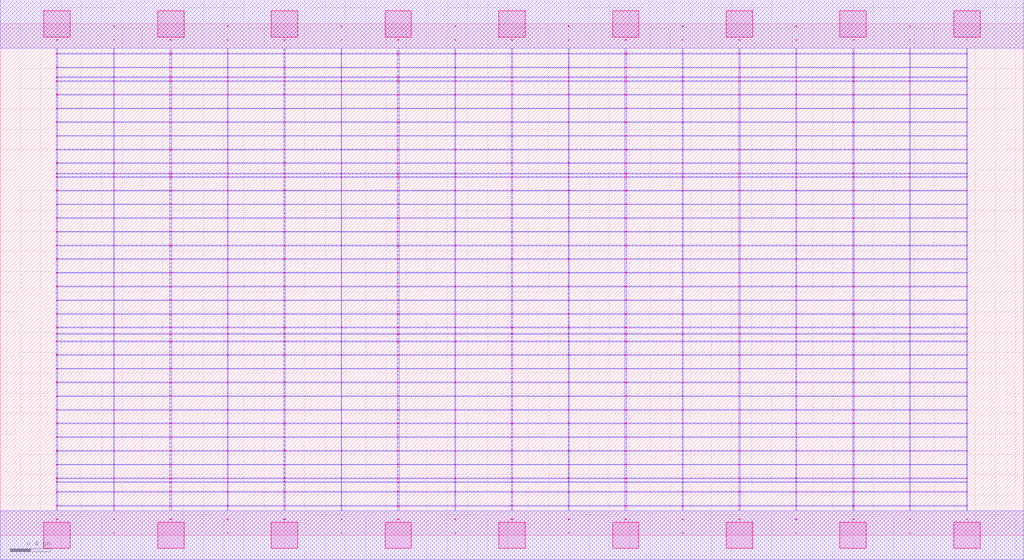
<source format=lef>
MACRO AAAOAI2221_DEBUG
 CLASS CORE ;
 FOREIGN AAAOAI2221_DEBUG 0 0 ;
 SIZE 10.08 BY 5.04 ;
 ORIGIN 0 0 ;
 SYMMETRY X Y R90 ;
 SITE unit ;

 OBS
    LAYER polycont ;
     RECT 5.03100000 2.58300000 5.04900000 2.59100000 ;
     RECT 5.03100000 2.71800000 5.04900000 2.72600000 ;
     RECT 5.03100000 2.85300000 5.04900000 2.86100000 ;
     RECT 5.03100000 2.98800000 5.04900000 2.99600000 ;
     RECT 7.27100000 2.58300000 7.28900000 2.59100000 ;
     RECT 7.83600000 2.58300000 7.84400000 2.59100000 ;
     RECT 8.39600000 2.58300000 8.40900000 2.59100000 ;
     RECT 8.95600000 2.58300000 8.96400000 2.59100000 ;
     RECT 9.51600000 2.58300000 9.52400000 2.59100000 ;
     RECT 5.59600000 2.58300000 5.60400000 2.59100000 ;
     RECT 5.59600000 2.71800000 5.60400000 2.72600000 ;
     RECT 6.15100000 2.71800000 6.16900000 2.72600000 ;
     RECT 6.71600000 2.71800000 6.72400000 2.72600000 ;
     RECT 7.27100000 2.71800000 7.28900000 2.72600000 ;
     RECT 7.83600000 2.71800000 7.84400000 2.72600000 ;
     RECT 8.39600000 2.71800000 8.40900000 2.72600000 ;
     RECT 8.95600000 2.71800000 8.96400000 2.72600000 ;
     RECT 9.51600000 2.71800000 9.52400000 2.72600000 ;
     RECT 6.15100000 2.58300000 6.16900000 2.59100000 ;
     RECT 5.59600000 2.85300000 5.60400000 2.86100000 ;
     RECT 6.15100000 2.85300000 6.16900000 2.86100000 ;
     RECT 6.71600000 2.85300000 6.72400000 2.86100000 ;
     RECT 7.27100000 2.85300000 7.28900000 2.86100000 ;
     RECT 7.83600000 2.85300000 7.84400000 2.86100000 ;
     RECT 8.39600000 2.85300000 8.40900000 2.86100000 ;
     RECT 8.95600000 2.85300000 8.96400000 2.86100000 ;
     RECT 9.51600000 2.85300000 9.52400000 2.86100000 ;
     RECT 6.71600000 2.58300000 6.72400000 2.59100000 ;
     RECT 5.59600000 2.98800000 5.60400000 2.99600000 ;
     RECT 6.15100000 2.98800000 6.16900000 2.99600000 ;
     RECT 6.71600000 2.98800000 6.72400000 2.99600000 ;
     RECT 7.27100000 2.98800000 7.28900000 2.99600000 ;
     RECT 7.83600000 2.98800000 7.84400000 2.99600000 ;
     RECT 8.39600000 2.98800000 8.40900000 2.99600000 ;
     RECT 8.95600000 2.98800000 8.96400000 2.99600000 ;
     RECT 9.51600000 2.98800000 9.52400000 2.99600000 ;
     RECT 8.95600000 3.12300000 8.96400000 3.13100000 ;
     RECT 9.51600000 3.12300000 9.52400000 3.13100000 ;
     RECT 8.95600000 3.25800000 8.96400000 3.26600000 ;
     RECT 9.51600000 3.25800000 9.52400000 3.26600000 ;
     RECT 8.95600000 3.39300000 8.96400000 3.40100000 ;
     RECT 9.51600000 3.39300000 9.52400000 3.40100000 ;
     RECT 8.95600000 3.52800000 8.96400000 3.53600000 ;
     RECT 9.51600000 3.52800000 9.52400000 3.53600000 ;
     RECT 8.95600000 3.56100000 8.96400000 3.56900000 ;
     RECT 9.51600000 3.56100000 9.52400000 3.56900000 ;
     RECT 8.95600000 3.66300000 8.96400000 3.67100000 ;
     RECT 9.51600000 3.66300000 9.52400000 3.67100000 ;
     RECT 8.95600000 3.79800000 8.96400000 3.80600000 ;
     RECT 9.51600000 3.79800000 9.52400000 3.80600000 ;
     RECT 8.95600000 3.93300000 8.96400000 3.94100000 ;
     RECT 9.51600000 3.93300000 9.52400000 3.94100000 ;
     RECT 8.95600000 4.06800000 8.96400000 4.07600000 ;
     RECT 9.51600000 4.06800000 9.52400000 4.07600000 ;
     RECT 8.95600000 4.20300000 8.96400000 4.21100000 ;
     RECT 9.51600000 4.20300000 9.52400000 4.21100000 ;
     RECT 8.95600000 4.33800000 8.96400000 4.34600000 ;
     RECT 9.51600000 4.33800000 9.52400000 4.34600000 ;
     RECT 8.95600000 4.47300000 8.96400000 4.48100000 ;
     RECT 9.51600000 4.47300000 9.52400000 4.48100000 ;
     RECT 8.95600000 4.51100000 8.96400000 4.51900000 ;
     RECT 9.51600000 4.51100000 9.52400000 4.51900000 ;
     RECT 8.95600000 4.60800000 8.96400000 4.61600000 ;
     RECT 9.51600000 4.60800000 9.52400000 4.61600000 ;
     RECT 8.95600000 4.74300000 8.96400000 4.75100000 ;
     RECT 9.51600000 4.74300000 9.52400000 4.75100000 ;
     RECT 8.95600000 4.87800000 8.96400000 4.88600000 ;
     RECT 9.51600000 4.87800000 9.52400000 4.88600000 ;
     RECT 1.67100000 2.85300000 1.68900000 2.86100000 ;
     RECT 2.23600000 2.85300000 2.24400000 2.86100000 ;
     RECT 2.79100000 2.85300000 2.80900000 2.86100000 ;
     RECT 3.35600000 2.85300000 3.36400000 2.86100000 ;
     RECT 3.91100000 2.85300000 3.92900000 2.86100000 ;
     RECT 4.47600000 2.85300000 4.48400000 2.86100000 ;
     RECT 1.11600000 2.71800000 1.12400000 2.72600000 ;
     RECT 1.67100000 2.71800000 1.68900000 2.72600000 ;
     RECT 2.23600000 2.71800000 2.24400000 2.72600000 ;
     RECT 2.79100000 2.71800000 2.80900000 2.72600000 ;
     RECT 3.35600000 2.71800000 3.36400000 2.72600000 ;
     RECT 3.91100000 2.71800000 3.92900000 2.72600000 ;
     RECT 4.47600000 2.71800000 4.48400000 2.72600000 ;
     RECT 1.11600000 2.58300000 1.12400000 2.59100000 ;
     RECT 1.67100000 2.58300000 1.68900000 2.59100000 ;
     RECT 0.55100000 2.98800000 0.56400000 2.99600000 ;
     RECT 1.11600000 2.98800000 1.12400000 2.99600000 ;
     RECT 1.67100000 2.98800000 1.68900000 2.99600000 ;
     RECT 2.23600000 2.98800000 2.24400000 2.99600000 ;
     RECT 2.79100000 2.98800000 2.80900000 2.99600000 ;
     RECT 3.35600000 2.98800000 3.36400000 2.99600000 ;
     RECT 3.91100000 2.98800000 3.92900000 2.99600000 ;
     RECT 4.47600000 2.98800000 4.48400000 2.99600000 ;
     RECT 2.23600000 2.58300000 2.24400000 2.59100000 ;
     RECT 2.79100000 2.58300000 2.80900000 2.59100000 ;
     RECT 3.35600000 2.58300000 3.36400000 2.59100000 ;
     RECT 3.91100000 2.58300000 3.92900000 2.59100000 ;
     RECT 4.47600000 2.58300000 4.48400000 2.59100000 ;
     RECT 0.55100000 2.58300000 0.56400000 2.59100000 ;
     RECT 0.55100000 2.71800000 0.56400000 2.72600000 ;
     RECT 0.55100000 2.85300000 0.56400000 2.86100000 ;
     RECT 1.11600000 2.85300000 1.12400000 2.86100000 ;
     RECT 5.59600000 0.15300000 5.60400000 0.16100000 ;
     RECT 5.59600000 0.28800000 5.60400000 0.29600000 ;
     RECT 5.59600000 0.42300000 5.60400000 0.43100000 ;
     RECT 5.59600000 0.52100000 5.60400000 0.52900000 ;
     RECT 5.59600000 0.55800000 5.60400000 0.56600000 ;
     RECT 5.59600000 0.69300000 5.60400000 0.70100000 ;
     RECT 5.59600000 0.82800000 5.60400000 0.83600000 ;
     RECT 5.59600000 0.96300000 5.60400000 0.97100000 ;
     RECT 5.59600000 1.09800000 5.60400000 1.10600000 ;
     RECT 5.59600000 1.23300000 5.60400000 1.24100000 ;
     RECT 5.59600000 1.36800000 5.60400000 1.37600000 ;
     RECT 5.59600000 1.50300000 5.60400000 1.51100000 ;
     RECT 5.59600000 1.63800000 5.60400000 1.64600000 ;
     RECT 5.59600000 1.77300000 5.60400000 1.78100000 ;
     RECT 5.59600000 1.90800000 5.60400000 1.91600000 ;
     RECT 5.59600000 1.98100000 5.60400000 1.98900000 ;
     RECT 5.59600000 2.04300000 5.60400000 2.05100000 ;
     RECT 5.59600000 2.17800000 5.60400000 2.18600000 ;
     RECT 5.59600000 2.31300000 5.60400000 2.32100000 ;
     RECT 5.59600000 2.44800000 5.60400000 2.45600000 ;

    LAYER pdiffc ;
     RECT 0.55100000 3.39300000 0.55900000 3.40100000 ;
     RECT 8.40100000 3.39300000 8.40900000 3.40100000 ;
     RECT 0.55100000 3.52800000 0.55900000 3.53600000 ;
     RECT 8.40100000 3.52800000 8.40900000 3.53600000 ;
     RECT 0.55100000 3.56100000 0.55900000 3.56900000 ;
     RECT 8.40100000 3.56100000 8.40900000 3.56900000 ;
     RECT 0.55100000 3.66300000 0.55900000 3.67100000 ;
     RECT 8.40100000 3.66300000 8.40900000 3.67100000 ;
     RECT 0.55100000 3.79800000 0.55900000 3.80600000 ;
     RECT 8.40100000 3.79800000 8.40900000 3.80600000 ;
     RECT 0.55100000 3.93300000 0.55900000 3.94100000 ;
     RECT 8.40100000 3.93300000 8.40900000 3.94100000 ;
     RECT 0.55100000 4.06800000 0.55900000 4.07600000 ;
     RECT 8.40100000 4.06800000 8.40900000 4.07600000 ;
     RECT 0.55100000 4.20300000 0.55900000 4.21100000 ;
     RECT 8.40100000 4.20300000 8.40900000 4.21100000 ;
     RECT 0.55100000 4.33800000 0.55900000 4.34600000 ;
     RECT 8.40100000 4.33800000 8.40900000 4.34600000 ;
     RECT 0.55100000 4.47300000 0.55900000 4.48100000 ;
     RECT 8.40100000 4.47300000 8.40900000 4.48100000 ;
     RECT 0.55100000 4.51100000 0.55900000 4.51900000 ;
     RECT 8.40100000 4.51100000 8.40900000 4.51900000 ;
     RECT 0.55100000 4.60800000 0.55900000 4.61600000 ;
     RECT 8.40100000 4.60800000 8.40900000 4.61600000 ;

    LAYER ndiffc ;
     RECT 5.03100000 0.42300000 5.04900000 0.43100000 ;
     RECT 5.03100000 0.52100000 5.04900000 0.52900000 ;
     RECT 5.03100000 0.55800000 5.04900000 0.56600000 ;
     RECT 5.03100000 0.69300000 5.04900000 0.70100000 ;
     RECT 5.03100000 0.82800000 5.04900000 0.83600000 ;
     RECT 5.03100000 0.96300000 5.04900000 0.97100000 ;
     RECT 5.03100000 1.09800000 5.04900000 1.10600000 ;
     RECT 5.03100000 1.23300000 5.04900000 1.24100000 ;
     RECT 5.03100000 1.36800000 5.04900000 1.37600000 ;
     RECT 5.03100000 1.50300000 5.04900000 1.51100000 ;
     RECT 5.03100000 1.63800000 5.04900000 1.64600000 ;
     RECT 5.03100000 1.77300000 5.04900000 1.78100000 ;
     RECT 5.03100000 1.90800000 5.04900000 1.91600000 ;
     RECT 5.03100000 1.98100000 5.04900000 1.98900000 ;
     RECT 5.03100000 2.04300000 5.04900000 2.05100000 ;
     RECT 8.39600000 0.42300000 8.40900000 0.43100000 ;
     RECT 6.15100000 0.69300000 6.16900000 0.70100000 ;
     RECT 7.27100000 0.69300000 7.28900000 0.70100000 ;
     RECT 8.39600000 0.69300000 8.40900000 0.70100000 ;
     RECT 9.51600000 0.69300000 9.52400000 0.70100000 ;
     RECT 9.51600000 0.42300000 9.52400000 0.43100000 ;
     RECT 6.15100000 0.82800000 6.16900000 0.83600000 ;
     RECT 7.27100000 0.82800000 7.28900000 0.83600000 ;
     RECT 8.39600000 0.82800000 8.40900000 0.83600000 ;
     RECT 9.51600000 0.82800000 9.52400000 0.83600000 ;
     RECT 6.15100000 0.42300000 6.16900000 0.43100000 ;
     RECT 6.15100000 0.96300000 6.16900000 0.97100000 ;
     RECT 7.27100000 0.96300000 7.28900000 0.97100000 ;
     RECT 8.39600000 0.96300000 8.40900000 0.97100000 ;
     RECT 9.51600000 0.96300000 9.52400000 0.97100000 ;
     RECT 6.15100000 0.52100000 6.16900000 0.52900000 ;
     RECT 6.15100000 1.09800000 6.16900000 1.10600000 ;
     RECT 7.27100000 1.09800000 7.28900000 1.10600000 ;
     RECT 8.39600000 1.09800000 8.40900000 1.10600000 ;
     RECT 9.51600000 1.09800000 9.52400000 1.10600000 ;
     RECT 7.27100000 0.52100000 7.28900000 0.52900000 ;
     RECT 6.15100000 1.23300000 6.16900000 1.24100000 ;
     RECT 7.27100000 1.23300000 7.28900000 1.24100000 ;
     RECT 8.39600000 1.23300000 8.40900000 1.24100000 ;
     RECT 9.51600000 1.23300000 9.52400000 1.24100000 ;
     RECT 8.39600000 0.52100000 8.40900000 0.52900000 ;
     RECT 6.15100000 1.36800000 6.16900000 1.37600000 ;
     RECT 7.27100000 1.36800000 7.28900000 1.37600000 ;
     RECT 8.39600000 1.36800000 8.40900000 1.37600000 ;
     RECT 9.51600000 1.36800000 9.52400000 1.37600000 ;
     RECT 9.51600000 0.52100000 9.52400000 0.52900000 ;
     RECT 6.15100000 1.50300000 6.16900000 1.51100000 ;
     RECT 7.27100000 1.50300000 7.28900000 1.51100000 ;
     RECT 8.39600000 1.50300000 8.40900000 1.51100000 ;
     RECT 9.51600000 1.50300000 9.52400000 1.51100000 ;
     RECT 7.27100000 0.42300000 7.28900000 0.43100000 ;
     RECT 6.15100000 1.63800000 6.16900000 1.64600000 ;
     RECT 7.27100000 1.63800000 7.28900000 1.64600000 ;
     RECT 8.39600000 1.63800000 8.40900000 1.64600000 ;
     RECT 9.51600000 1.63800000 9.52400000 1.64600000 ;
     RECT 6.15100000 0.55800000 6.16900000 0.56600000 ;
     RECT 6.15100000 1.77300000 6.16900000 1.78100000 ;
     RECT 7.27100000 1.77300000 7.28900000 1.78100000 ;
     RECT 8.39600000 1.77300000 8.40900000 1.78100000 ;
     RECT 9.51600000 1.77300000 9.52400000 1.78100000 ;
     RECT 7.27100000 0.55800000 7.28900000 0.56600000 ;
     RECT 6.15100000 1.90800000 6.16900000 1.91600000 ;
     RECT 7.27100000 1.90800000 7.28900000 1.91600000 ;
     RECT 8.39600000 1.90800000 8.40900000 1.91600000 ;
     RECT 9.51600000 1.90800000 9.52400000 1.91600000 ;
     RECT 8.39600000 0.55800000 8.40900000 0.56600000 ;
     RECT 6.15100000 1.98100000 6.16900000 1.98900000 ;
     RECT 7.27100000 1.98100000 7.28900000 1.98900000 ;
     RECT 8.39600000 1.98100000 8.40900000 1.98900000 ;
     RECT 9.51600000 1.98100000 9.52400000 1.98900000 ;
     RECT 9.51600000 0.55800000 9.52400000 0.56600000 ;
     RECT 6.15100000 2.04300000 6.16900000 2.05100000 ;
     RECT 7.27100000 2.04300000 7.28900000 2.05100000 ;
     RECT 8.39600000 2.04300000 8.40900000 2.05100000 ;
     RECT 9.51600000 2.04300000 9.52400000 2.05100000 ;
     RECT 3.91100000 1.36800000 3.92900000 1.37600000 ;
     RECT 2.79100000 0.55800000 2.80900000 0.56600000 ;
     RECT 3.91100000 0.55800000 3.92900000 0.56600000 ;
     RECT 1.67100000 0.52100000 1.68900000 0.52900000 ;
     RECT 2.79100000 0.52100000 2.80900000 0.52900000 ;
     RECT 3.91100000 0.52100000 3.92900000 0.52900000 ;
     RECT 0.55100000 1.50300000 0.56400000 1.51100000 ;
     RECT 1.67100000 1.50300000 1.68900000 1.51100000 ;
     RECT 2.79100000 1.50300000 2.80900000 1.51100000 ;
     RECT 3.91100000 1.50300000 3.92900000 1.51100000 ;
     RECT 0.55100000 0.96300000 0.56400000 0.97100000 ;
     RECT 1.67100000 0.96300000 1.68900000 0.97100000 ;
     RECT 2.79100000 0.96300000 2.80900000 0.97100000 ;
     RECT 3.91100000 0.96300000 3.92900000 0.97100000 ;
     RECT 1.67100000 0.42300000 1.68900000 0.43100000 ;
     RECT 0.55100000 1.63800000 0.56400000 1.64600000 ;
     RECT 1.67100000 1.63800000 1.68900000 1.64600000 ;
     RECT 2.79100000 1.63800000 2.80900000 1.64600000 ;
     RECT 3.91100000 1.63800000 3.92900000 1.64600000 ;
     RECT 2.79100000 0.42300000 2.80900000 0.43100000 ;
     RECT 0.55100000 0.69300000 0.56400000 0.70100000 ;
     RECT 1.67100000 0.69300000 1.68900000 0.70100000 ;
     RECT 2.79100000 0.69300000 2.80900000 0.70100000 ;
     RECT 0.55100000 1.09800000 0.56400000 1.10600000 ;
     RECT 0.55100000 1.77300000 0.56400000 1.78100000 ;
     RECT 1.67100000 1.77300000 1.68900000 1.78100000 ;
     RECT 2.79100000 1.77300000 2.80900000 1.78100000 ;
     RECT 3.91100000 1.77300000 3.92900000 1.78100000 ;
     RECT 1.67100000 1.09800000 1.68900000 1.10600000 ;
     RECT 2.79100000 1.09800000 2.80900000 1.10600000 ;
     RECT 3.91100000 1.09800000 3.92900000 1.10600000 ;
     RECT 3.91100000 0.69300000 3.92900000 0.70100000 ;
     RECT 3.91100000 0.42300000 3.92900000 0.43100000 ;
     RECT 0.55100000 1.90800000 0.56400000 1.91600000 ;
     RECT 1.67100000 1.90800000 1.68900000 1.91600000 ;
     RECT 2.79100000 1.90800000 2.80900000 1.91600000 ;
     RECT 3.91100000 1.90800000 3.92900000 1.91600000 ;
     RECT 0.55100000 0.42300000 0.56400000 0.43100000 ;
     RECT 0.55100000 0.52100000 0.56400000 0.52900000 ;
     RECT 0.55100000 0.55800000 0.56400000 0.56600000 ;
     RECT 0.55100000 1.23300000 0.56400000 1.24100000 ;
     RECT 1.67100000 1.23300000 1.68900000 1.24100000 ;
     RECT 0.55100000 1.98100000 0.56400000 1.98900000 ;
     RECT 1.67100000 1.98100000 1.68900000 1.98900000 ;
     RECT 2.79100000 1.98100000 2.80900000 1.98900000 ;
     RECT 3.91100000 1.98100000 3.92900000 1.98900000 ;
     RECT 2.79100000 1.23300000 2.80900000 1.24100000 ;
     RECT 3.91100000 1.23300000 3.92900000 1.24100000 ;
     RECT 1.67100000 0.55800000 1.68900000 0.56600000 ;
     RECT 0.55100000 0.82800000 0.56400000 0.83600000 ;
     RECT 1.67100000 0.82800000 1.68900000 0.83600000 ;
     RECT 0.55100000 2.04300000 0.56400000 2.05100000 ;
     RECT 1.67100000 2.04300000 1.68900000 2.05100000 ;
     RECT 2.79100000 2.04300000 2.80900000 2.05100000 ;
     RECT 3.91100000 2.04300000 3.92900000 2.05100000 ;
     RECT 2.79100000 0.82800000 2.80900000 0.83600000 ;
     RECT 3.91100000 0.82800000 3.92900000 0.83600000 ;
     RECT 0.55100000 1.36800000 0.56400000 1.37600000 ;
     RECT 1.67100000 1.36800000 1.68900000 1.37600000 ;
     RECT 2.79100000 1.36800000 2.80900000 1.37600000 ;

    LAYER met1 ;
     RECT 0.00000000 -0.24000000 10.08000000 0.24000000 ;
     RECT 5.03100000 0.24000000 5.04900000 0.28800000 ;
     RECT 0.55100000 0.28800000 9.52400000 0.29600000 ;
     RECT 5.03100000 0.29600000 5.04900000 0.42300000 ;
     RECT 0.55100000 0.42300000 9.52400000 0.43100000 ;
     RECT 5.03100000 0.43100000 5.04900000 0.52100000 ;
     RECT 0.55100000 0.52100000 9.52400000 0.52900000 ;
     RECT 5.03100000 0.52900000 5.04900000 0.55800000 ;
     RECT 0.55100000 0.55800000 9.52400000 0.56600000 ;
     RECT 5.03100000 0.56600000 5.04900000 0.69300000 ;
     RECT 0.55100000 0.69300000 9.52400000 0.70100000 ;
     RECT 5.03100000 0.70100000 5.04900000 0.82800000 ;
     RECT 0.55100000 0.82800000 9.52400000 0.83600000 ;
     RECT 5.03100000 0.83600000 5.04900000 0.96300000 ;
     RECT 0.55100000 0.96300000 9.52400000 0.97100000 ;
     RECT 5.03100000 0.97100000 5.04900000 1.09800000 ;
     RECT 0.55100000 1.09800000 9.52400000 1.10600000 ;
     RECT 5.03100000 1.10600000 5.04900000 1.23300000 ;
     RECT 0.55100000 1.23300000 9.52400000 1.24100000 ;
     RECT 5.03100000 1.24100000 5.04900000 1.36800000 ;
     RECT 0.55100000 1.36800000 9.52400000 1.37600000 ;
     RECT 5.03100000 1.37600000 5.04900000 1.50300000 ;
     RECT 0.55100000 1.50300000 9.52400000 1.51100000 ;
     RECT 5.03100000 1.51100000 5.04900000 1.63800000 ;
     RECT 0.55100000 1.63800000 9.52400000 1.64600000 ;
     RECT 5.03100000 1.64600000 5.04900000 1.77300000 ;
     RECT 0.55100000 1.77300000 9.52400000 1.78100000 ;
     RECT 5.03100000 1.78100000 5.04900000 1.90800000 ;
     RECT 0.55100000 1.90800000 9.52400000 1.91600000 ;
     RECT 5.03100000 1.91600000 5.04900000 1.98100000 ;
     RECT 0.55100000 1.98100000 9.52400000 1.98900000 ;
     RECT 5.03100000 1.98900000 5.04900000 2.04300000 ;
     RECT 0.55100000 2.04300000 9.52400000 2.05100000 ;
     RECT 5.03100000 2.05100000 5.04900000 2.17800000 ;
     RECT 0.55100000 2.17800000 9.52400000 2.18600000 ;
     RECT 5.03100000 2.18600000 5.04900000 2.31300000 ;
     RECT 0.55100000 2.31300000 9.52400000 2.32100000 ;
     RECT 5.03100000 2.32100000 5.04900000 2.44800000 ;
     RECT 0.55100000 2.44800000 9.52400000 2.45600000 ;
     RECT 0.55100000 2.45600000 0.56400000 2.58300000 ;
     RECT 1.11600000 2.45600000 1.12400000 2.58300000 ;
     RECT 1.67100000 2.45600000 1.68900000 2.58300000 ;
     RECT 2.23600000 2.45600000 2.24400000 2.58300000 ;
     RECT 2.79100000 2.45600000 2.80900000 2.58300000 ;
     RECT 3.35600000 2.45600000 3.36400000 2.58300000 ;
     RECT 3.91100000 2.45600000 3.92900000 2.58300000 ;
     RECT 4.47600000 2.45600000 4.48400000 2.58300000 ;
     RECT 5.03100000 2.45600000 5.04900000 2.58300000 ;
     RECT 5.59600000 2.45600000 5.60400000 2.58300000 ;
     RECT 6.15100000 2.45600000 6.16900000 2.58300000 ;
     RECT 6.71600000 2.45600000 6.72400000 2.58300000 ;
     RECT 7.27100000 2.45600000 7.28900000 2.58300000 ;
     RECT 7.83600000 2.45600000 7.84400000 2.58300000 ;
     RECT 8.39600000 2.45600000 8.40900000 2.58300000 ;
     RECT 8.95600000 2.45600000 8.96400000 2.58300000 ;
     RECT 9.51600000 2.45600000 9.52400000 2.58300000 ;
     RECT 0.55100000 2.58300000 9.52400000 2.59100000 ;
     RECT 5.03100000 2.59100000 5.04900000 2.71800000 ;
     RECT 0.55100000 2.71800000 9.52400000 2.72600000 ;
     RECT 5.03100000 2.72600000 5.04900000 2.85300000 ;
     RECT 0.55100000 2.85300000 9.52400000 2.86100000 ;
     RECT 5.03100000 2.86100000 5.04900000 2.98800000 ;
     RECT 0.55100000 2.98800000 9.52400000 2.99600000 ;
     RECT 5.03100000 2.99600000 5.04900000 3.12300000 ;
     RECT 0.55100000 3.12300000 9.52400000 3.13100000 ;
     RECT 5.03100000 3.13100000 5.04900000 3.25800000 ;
     RECT 0.55100000 3.25800000 9.52400000 3.26600000 ;
     RECT 5.03100000 3.26600000 5.04900000 3.39300000 ;
     RECT 0.55100000 3.39300000 9.52400000 3.40100000 ;
     RECT 5.03100000 3.40100000 5.04900000 3.52800000 ;
     RECT 0.55100000 3.52800000 9.52400000 3.53600000 ;
     RECT 5.03100000 3.53600000 5.04900000 3.56100000 ;
     RECT 0.55100000 3.56100000 9.52400000 3.56900000 ;
     RECT 5.03100000 3.56900000 5.04900000 3.66300000 ;
     RECT 0.55100000 3.66300000 9.52400000 3.67100000 ;
     RECT 5.03100000 3.67100000 5.04900000 3.79800000 ;
     RECT 0.55100000 3.79800000 9.52400000 3.80600000 ;
     RECT 5.03100000 3.80600000 5.04900000 3.93300000 ;
     RECT 0.55100000 3.93300000 9.52400000 3.94100000 ;
     RECT 5.03100000 3.94100000 5.04900000 4.06800000 ;
     RECT 0.55100000 4.06800000 9.52400000 4.07600000 ;
     RECT 5.03100000 4.07600000 5.04900000 4.20300000 ;
     RECT 0.55100000 4.20300000 9.52400000 4.21100000 ;
     RECT 5.03100000 4.21100000 5.04900000 4.33800000 ;
     RECT 0.55100000 4.33800000 9.52400000 4.34600000 ;
     RECT 5.03100000 4.34600000 5.04900000 4.47300000 ;
     RECT 0.55100000 4.47300000 9.52400000 4.48100000 ;
     RECT 5.03100000 4.48100000 5.04900000 4.51100000 ;
     RECT 0.55100000 4.51100000 9.52400000 4.51900000 ;
     RECT 5.03100000 4.51900000 5.04900000 4.60800000 ;
     RECT 0.55100000 4.60800000 9.52400000 4.61600000 ;
     RECT 5.03100000 4.61600000 5.04900000 4.74300000 ;
     RECT 0.55100000 4.74300000 9.52400000 4.75100000 ;
     RECT 5.03100000 4.75100000 5.04900000 4.80000000 ;
     RECT 0.00000000 4.80000000 10.08000000 5.28000000 ;
     RECT 5.59600000 3.80600000 5.60400000 3.93300000 ;
     RECT 6.15100000 3.80600000 6.16900000 3.93300000 ;
     RECT 6.71600000 3.80600000 6.72400000 3.93300000 ;
     RECT 7.27100000 3.80600000 7.28900000 3.93300000 ;
     RECT 7.83600000 3.80600000 7.84400000 3.93300000 ;
     RECT 8.39600000 3.80600000 8.40900000 3.93300000 ;
     RECT 8.95600000 3.80600000 8.96400000 3.93300000 ;
     RECT 9.51600000 3.80600000 9.52400000 3.93300000 ;
     RECT 7.83600000 3.94100000 7.84400000 4.06800000 ;
     RECT 8.39600000 3.94100000 8.40900000 4.06800000 ;
     RECT 8.95600000 3.94100000 8.96400000 4.06800000 ;
     RECT 9.51600000 3.94100000 9.52400000 4.06800000 ;
     RECT 7.83600000 4.07600000 7.84400000 4.20300000 ;
     RECT 8.39600000 4.07600000 8.40900000 4.20300000 ;
     RECT 8.95600000 4.07600000 8.96400000 4.20300000 ;
     RECT 9.51600000 4.07600000 9.52400000 4.20300000 ;
     RECT 7.83600000 4.21100000 7.84400000 4.33800000 ;
     RECT 8.39600000 4.21100000 8.40900000 4.33800000 ;
     RECT 8.95600000 4.21100000 8.96400000 4.33800000 ;
     RECT 9.51600000 4.21100000 9.52400000 4.33800000 ;
     RECT 7.83600000 4.34600000 7.84400000 4.47300000 ;
     RECT 8.39600000 4.34600000 8.40900000 4.47300000 ;
     RECT 8.95600000 4.34600000 8.96400000 4.47300000 ;
     RECT 9.51600000 4.34600000 9.52400000 4.47300000 ;
     RECT 7.83600000 4.48100000 7.84400000 4.51100000 ;
     RECT 8.39600000 4.48100000 8.40900000 4.51100000 ;
     RECT 8.95600000 4.48100000 8.96400000 4.51100000 ;
     RECT 9.51600000 4.48100000 9.52400000 4.51100000 ;
     RECT 7.83600000 4.51900000 7.84400000 4.60800000 ;
     RECT 8.39600000 4.51900000 8.40900000 4.60800000 ;
     RECT 8.95600000 4.51900000 8.96400000 4.60800000 ;
     RECT 9.51600000 4.51900000 9.52400000 4.60800000 ;
     RECT 7.83600000 4.61600000 7.84400000 4.74300000 ;
     RECT 8.39600000 4.61600000 8.40900000 4.74300000 ;
     RECT 8.95600000 4.61600000 8.96400000 4.74300000 ;
     RECT 9.51600000 4.61600000 9.52400000 4.74300000 ;
     RECT 7.83600000 4.75100000 7.84400000 4.80000000 ;
     RECT 8.39600000 4.75100000 8.40900000 4.80000000 ;
     RECT 8.95600000 4.75100000 8.96400000 4.80000000 ;
     RECT 9.51600000 4.75100000 9.52400000 4.80000000 ;
     RECT 5.59600000 4.48100000 5.60400000 4.51100000 ;
     RECT 6.15100000 4.48100000 6.16900000 4.51100000 ;
     RECT 6.71600000 4.48100000 6.72400000 4.51100000 ;
     RECT 7.27100000 4.48100000 7.28900000 4.51100000 ;
     RECT 5.59600000 4.21100000 5.60400000 4.33800000 ;
     RECT 6.15100000 4.21100000 6.16900000 4.33800000 ;
     RECT 6.71600000 4.21100000 6.72400000 4.33800000 ;
     RECT 7.27100000 4.21100000 7.28900000 4.33800000 ;
     RECT 5.59600000 4.51900000 5.60400000 4.60800000 ;
     RECT 6.15100000 4.51900000 6.16900000 4.60800000 ;
     RECT 6.71600000 4.51900000 6.72400000 4.60800000 ;
     RECT 7.27100000 4.51900000 7.28900000 4.60800000 ;
     RECT 5.59600000 4.07600000 5.60400000 4.20300000 ;
     RECT 6.15100000 4.07600000 6.16900000 4.20300000 ;
     RECT 6.71600000 4.07600000 6.72400000 4.20300000 ;
     RECT 7.27100000 4.07600000 7.28900000 4.20300000 ;
     RECT 5.59600000 4.61600000 5.60400000 4.74300000 ;
     RECT 6.15100000 4.61600000 6.16900000 4.74300000 ;
     RECT 6.71600000 4.61600000 6.72400000 4.74300000 ;
     RECT 7.27100000 4.61600000 7.28900000 4.74300000 ;
     RECT 5.59600000 4.34600000 5.60400000 4.47300000 ;
     RECT 6.15100000 4.34600000 6.16900000 4.47300000 ;
     RECT 6.71600000 4.34600000 6.72400000 4.47300000 ;
     RECT 7.27100000 4.34600000 7.28900000 4.47300000 ;
     RECT 5.59600000 4.75100000 5.60400000 4.80000000 ;
     RECT 6.15100000 4.75100000 6.16900000 4.80000000 ;
     RECT 6.71600000 4.75100000 6.72400000 4.80000000 ;
     RECT 7.27100000 4.75100000 7.28900000 4.80000000 ;
     RECT 5.59600000 3.94100000 5.60400000 4.06800000 ;
     RECT 6.15100000 3.94100000 6.16900000 4.06800000 ;
     RECT 6.71600000 3.94100000 6.72400000 4.06800000 ;
     RECT 7.27100000 3.94100000 7.28900000 4.06800000 ;
     RECT 5.59600000 2.59100000 5.60400000 2.71800000 ;
     RECT 6.15100000 2.59100000 6.16900000 2.71800000 ;
     RECT 5.59600000 3.26600000 5.60400000 3.39300000 ;
     RECT 6.15100000 3.26600000 6.16900000 3.39300000 ;
     RECT 5.59600000 2.86100000 5.60400000 2.98800000 ;
     RECT 6.15100000 2.86100000 6.16900000 2.98800000 ;
     RECT 6.71600000 3.26600000 6.72400000 3.39300000 ;
     RECT 7.27100000 3.26600000 7.28900000 3.39300000 ;
     RECT 5.59600000 2.72600000 5.60400000 2.85300000 ;
     RECT 6.15100000 2.72600000 6.16900000 2.85300000 ;
     RECT 5.59600000 3.40100000 5.60400000 3.52800000 ;
     RECT 6.15100000 3.40100000 6.16900000 3.52800000 ;
     RECT 5.59600000 2.99600000 5.60400000 3.12300000 ;
     RECT 6.15100000 2.99600000 6.16900000 3.12300000 ;
     RECT 6.71600000 3.40100000 6.72400000 3.52800000 ;
     RECT 7.27100000 3.40100000 7.28900000 3.52800000 ;
     RECT 6.71600000 2.86100000 6.72400000 2.98800000 ;
     RECT 7.27100000 2.86100000 7.28900000 2.98800000 ;
     RECT 6.71600000 2.72600000 6.72400000 2.85300000 ;
     RECT 7.27100000 2.72600000 7.28900000 2.85300000 ;
     RECT 5.59600000 3.53600000 5.60400000 3.56100000 ;
     RECT 6.15100000 3.53600000 6.16900000 3.56100000 ;
     RECT 6.71600000 2.99600000 6.72400000 3.12300000 ;
     RECT 7.27100000 2.99600000 7.28900000 3.12300000 ;
     RECT 6.71600000 3.53600000 6.72400000 3.56100000 ;
     RECT 7.27100000 3.53600000 7.28900000 3.56100000 ;
     RECT 5.59600000 3.56900000 5.60400000 3.66300000 ;
     RECT 6.15100000 3.56900000 6.16900000 3.66300000 ;
     RECT 6.71600000 3.56900000 6.72400000 3.66300000 ;
     RECT 7.27100000 3.56900000 7.28900000 3.66300000 ;
     RECT 5.59600000 3.67100000 5.60400000 3.79800000 ;
     RECT 6.15100000 3.67100000 6.16900000 3.79800000 ;
     RECT 6.71600000 3.67100000 6.72400000 3.79800000 ;
     RECT 7.27100000 3.67100000 7.28900000 3.79800000 ;
     RECT 6.71600000 2.59100000 6.72400000 2.71800000 ;
     RECT 7.27100000 2.59100000 7.28900000 2.71800000 ;
     RECT 5.59600000 3.13100000 5.60400000 3.25800000 ;
     RECT 6.15100000 3.13100000 6.16900000 3.25800000 ;
     RECT 6.71600000 3.13100000 6.72400000 3.25800000 ;
     RECT 7.27100000 3.13100000 7.28900000 3.25800000 ;
     RECT 8.39600000 2.59100000 8.40900000 2.71800000 ;
     RECT 9.51600000 2.99600000 9.52400000 3.12300000 ;
     RECT 7.83600000 3.13100000 7.84400000 3.25800000 ;
     RECT 7.83600000 3.56900000 7.84400000 3.66300000 ;
     RECT 8.39600000 3.56900000 8.40900000 3.66300000 ;
     RECT 8.95600000 3.56900000 8.96400000 3.66300000 ;
     RECT 9.51600000 3.56900000 9.52400000 3.66300000 ;
     RECT 8.95600000 2.72600000 8.96400000 2.85300000 ;
     RECT 9.51600000 2.72600000 9.52400000 2.85300000 ;
     RECT 8.39600000 3.13100000 8.40900000 3.25800000 ;
     RECT 7.83600000 3.40100000 7.84400000 3.52800000 ;
     RECT 8.39600000 3.40100000 8.40900000 3.52800000 ;
     RECT 8.95600000 3.40100000 8.96400000 3.52800000 ;
     RECT 7.83600000 3.67100000 7.84400000 3.79800000 ;
     RECT 8.39600000 3.67100000 8.40900000 3.79800000 ;
     RECT 8.95600000 3.67100000 8.96400000 3.79800000 ;
     RECT 7.83600000 2.86100000 7.84400000 2.98800000 ;
     RECT 8.39600000 2.86100000 8.40900000 2.98800000 ;
     RECT 9.51600000 3.67100000 9.52400000 3.79800000 ;
     RECT 9.51600000 3.40100000 9.52400000 3.52800000 ;
     RECT 8.95600000 3.13100000 8.96400000 3.25800000 ;
     RECT 7.83600000 3.26600000 7.84400000 3.39300000 ;
     RECT 8.39600000 3.26600000 8.40900000 3.39300000 ;
     RECT 8.95600000 3.26600000 8.96400000 3.39300000 ;
     RECT 9.51600000 3.26600000 9.52400000 3.39300000 ;
     RECT 9.51600000 3.13100000 9.52400000 3.25800000 ;
     RECT 8.95600000 2.86100000 8.96400000 2.98800000 ;
     RECT 9.51600000 2.86100000 9.52400000 2.98800000 ;
     RECT 7.83600000 3.53600000 7.84400000 3.56100000 ;
     RECT 7.83600000 2.99600000 7.84400000 3.12300000 ;
     RECT 8.39600000 2.99600000 8.40900000 3.12300000 ;
     RECT 8.39600000 3.53600000 8.40900000 3.56100000 ;
     RECT 8.95600000 3.53600000 8.96400000 3.56100000 ;
     RECT 9.51600000 3.53600000 9.52400000 3.56100000 ;
     RECT 7.83600000 2.72600000 7.84400000 2.85300000 ;
     RECT 8.39600000 2.72600000 8.40900000 2.85300000 ;
     RECT 8.95600000 2.59100000 8.96400000 2.71800000 ;
     RECT 9.51600000 2.59100000 9.52400000 2.71800000 ;
     RECT 7.83600000 2.59100000 7.84400000 2.71800000 ;
     RECT 8.95600000 2.99600000 8.96400000 3.12300000 ;
     RECT 0.55100000 3.80600000 0.56400000 3.93300000 ;
     RECT 1.11600000 3.80600000 1.12400000 3.93300000 ;
     RECT 1.67100000 3.80600000 1.68900000 3.93300000 ;
     RECT 2.23600000 3.80600000 2.24400000 3.93300000 ;
     RECT 2.79100000 3.80600000 2.80900000 3.93300000 ;
     RECT 3.35600000 3.80600000 3.36400000 3.93300000 ;
     RECT 3.91100000 3.80600000 3.92900000 3.93300000 ;
     RECT 4.47600000 3.80600000 4.48400000 3.93300000 ;
     RECT 2.79100000 4.21100000 2.80900000 4.33800000 ;
     RECT 3.35600000 4.21100000 3.36400000 4.33800000 ;
     RECT 3.91100000 4.21100000 3.92900000 4.33800000 ;
     RECT 4.47600000 4.21100000 4.48400000 4.33800000 ;
     RECT 2.79100000 4.34600000 2.80900000 4.47300000 ;
     RECT 3.35600000 4.34600000 3.36400000 4.47300000 ;
     RECT 3.91100000 4.34600000 3.92900000 4.47300000 ;
     RECT 4.47600000 4.34600000 4.48400000 4.47300000 ;
     RECT 2.79100000 4.48100000 2.80900000 4.51100000 ;
     RECT 3.35600000 4.48100000 3.36400000 4.51100000 ;
     RECT 3.91100000 4.48100000 3.92900000 4.51100000 ;
     RECT 4.47600000 4.48100000 4.48400000 4.51100000 ;
     RECT 2.79100000 4.51900000 2.80900000 4.60800000 ;
     RECT 3.35600000 4.51900000 3.36400000 4.60800000 ;
     RECT 3.91100000 4.51900000 3.92900000 4.60800000 ;
     RECT 4.47600000 4.51900000 4.48400000 4.60800000 ;
     RECT 2.79100000 4.61600000 2.80900000 4.74300000 ;
     RECT 3.35600000 4.61600000 3.36400000 4.74300000 ;
     RECT 3.91100000 4.61600000 3.92900000 4.74300000 ;
     RECT 4.47600000 4.61600000 4.48400000 4.74300000 ;
     RECT 2.79100000 4.75100000 2.80900000 4.80000000 ;
     RECT 3.35600000 4.75100000 3.36400000 4.80000000 ;
     RECT 3.91100000 4.75100000 3.92900000 4.80000000 ;
     RECT 4.47600000 4.75100000 4.48400000 4.80000000 ;
     RECT 2.79100000 3.94100000 2.80900000 4.06800000 ;
     RECT 3.35600000 3.94100000 3.36400000 4.06800000 ;
     RECT 3.91100000 3.94100000 3.92900000 4.06800000 ;
     RECT 4.47600000 3.94100000 4.48400000 4.06800000 ;
     RECT 2.79100000 4.07600000 2.80900000 4.20300000 ;
     RECT 3.35600000 4.07600000 3.36400000 4.20300000 ;
     RECT 3.91100000 4.07600000 3.92900000 4.20300000 ;
     RECT 4.47600000 4.07600000 4.48400000 4.20300000 ;
     RECT 0.55100000 4.51900000 0.56400000 4.60800000 ;
     RECT 1.11600000 4.51900000 1.12400000 4.60800000 ;
     RECT 1.67100000 4.51900000 1.68900000 4.60800000 ;
     RECT 2.23600000 4.51900000 2.24400000 4.60800000 ;
     RECT 0.55100000 4.07600000 0.56400000 4.20300000 ;
     RECT 1.11600000 4.07600000 1.12400000 4.20300000 ;
     RECT 1.67100000 4.07600000 1.68900000 4.20300000 ;
     RECT 2.23600000 4.07600000 2.24400000 4.20300000 ;
     RECT 0.55100000 4.61600000 0.56400000 4.74300000 ;
     RECT 1.11600000 4.61600000 1.12400000 4.74300000 ;
     RECT 1.67100000 4.61600000 1.68900000 4.74300000 ;
     RECT 2.23600000 4.61600000 2.24400000 4.74300000 ;
     RECT 0.55100000 4.34600000 0.56400000 4.47300000 ;
     RECT 1.11600000 4.34600000 1.12400000 4.47300000 ;
     RECT 1.67100000 4.34600000 1.68900000 4.47300000 ;
     RECT 2.23600000 4.34600000 2.24400000 4.47300000 ;
     RECT 0.55100000 4.75100000 0.56400000 4.80000000 ;
     RECT 1.11600000 4.75100000 1.12400000 4.80000000 ;
     RECT 1.67100000 4.75100000 1.68900000 4.80000000 ;
     RECT 2.23600000 4.75100000 2.24400000 4.80000000 ;
     RECT 0.55100000 3.94100000 0.56400000 4.06800000 ;
     RECT 1.11600000 3.94100000 1.12400000 4.06800000 ;
     RECT 1.67100000 3.94100000 1.68900000 4.06800000 ;
     RECT 2.23600000 3.94100000 2.24400000 4.06800000 ;
     RECT 0.55100000 4.48100000 0.56400000 4.51100000 ;
     RECT 1.11600000 4.48100000 1.12400000 4.51100000 ;
     RECT 1.67100000 4.48100000 1.68900000 4.51100000 ;
     RECT 2.23600000 4.48100000 2.24400000 4.51100000 ;
     RECT 0.55100000 4.21100000 0.56400000 4.33800000 ;
     RECT 1.11600000 4.21100000 1.12400000 4.33800000 ;
     RECT 1.67100000 4.21100000 1.68900000 4.33800000 ;
     RECT 2.23600000 4.21100000 2.24400000 4.33800000 ;
     RECT 1.67100000 2.86100000 1.68900000 2.98800000 ;
     RECT 2.23600000 2.86100000 2.24400000 2.98800000 ;
     RECT 0.55100000 3.13100000 0.56400000 3.25800000 ;
     RECT 1.11600000 3.13100000 1.12400000 3.25800000 ;
     RECT 1.67100000 3.13100000 1.68900000 3.25800000 ;
     RECT 2.23600000 3.13100000 2.24400000 3.25800000 ;
     RECT 0.55100000 3.67100000 0.56400000 3.79800000 ;
     RECT 1.11600000 3.67100000 1.12400000 3.79800000 ;
     RECT 1.67100000 3.67100000 1.68900000 3.79800000 ;
     RECT 2.23600000 3.67100000 2.24400000 3.79800000 ;
     RECT 0.55100000 2.59100000 0.56400000 2.71800000 ;
     RECT 1.11600000 2.59100000 1.12400000 2.71800000 ;
     RECT 0.55100000 2.72600000 0.56400000 2.85300000 ;
     RECT 1.11600000 2.72600000 1.12400000 2.85300000 ;
     RECT 0.55100000 2.86100000 0.56400000 2.98800000 ;
     RECT 1.11600000 2.86100000 1.12400000 2.98800000 ;
     RECT 0.55100000 3.53600000 0.56400000 3.56100000 ;
     RECT 1.11600000 3.53600000 1.12400000 3.56100000 ;
     RECT 0.55100000 3.26600000 0.56400000 3.39300000 ;
     RECT 1.11600000 3.26600000 1.12400000 3.39300000 ;
     RECT 1.67100000 3.26600000 1.68900000 3.39300000 ;
     RECT 2.23600000 3.26600000 2.24400000 3.39300000 ;
     RECT 1.67100000 2.59100000 1.68900000 2.71800000 ;
     RECT 2.23600000 2.59100000 2.24400000 2.71800000 ;
     RECT 0.55100000 3.56900000 0.56400000 3.66300000 ;
     RECT 1.11600000 3.56900000 1.12400000 3.66300000 ;
     RECT 1.67100000 3.56900000 1.68900000 3.66300000 ;
     RECT 2.23600000 3.56900000 2.24400000 3.66300000 ;
     RECT 1.67100000 3.53600000 1.68900000 3.56100000 ;
     RECT 2.23600000 3.53600000 2.24400000 3.56100000 ;
     RECT 1.67100000 2.99600000 1.68900000 3.12300000 ;
     RECT 2.23600000 2.99600000 2.24400000 3.12300000 ;
     RECT 0.55100000 3.40100000 0.56400000 3.52800000 ;
     RECT 1.11600000 3.40100000 1.12400000 3.52800000 ;
     RECT 0.55100000 2.99600000 0.56400000 3.12300000 ;
     RECT 1.11600000 2.99600000 1.12400000 3.12300000 ;
     RECT 1.67100000 2.72600000 1.68900000 2.85300000 ;
     RECT 2.23600000 2.72600000 2.24400000 2.85300000 ;
     RECT 1.67100000 3.40100000 1.68900000 3.52800000 ;
     RECT 2.23600000 3.40100000 2.24400000 3.52800000 ;
     RECT 2.79100000 3.67100000 2.80900000 3.79800000 ;
     RECT 3.35600000 3.67100000 3.36400000 3.79800000 ;
     RECT 3.91100000 3.67100000 3.92900000 3.79800000 ;
     RECT 4.47600000 3.67100000 4.48400000 3.79800000 ;
     RECT 2.79100000 3.40100000 2.80900000 3.52800000 ;
     RECT 3.35600000 3.40100000 3.36400000 3.52800000 ;
     RECT 3.91100000 3.40100000 3.92900000 3.52800000 ;
     RECT 4.47600000 3.40100000 4.48400000 3.52800000 ;
     RECT 2.79100000 3.53600000 2.80900000 3.56100000 ;
     RECT 3.35600000 3.53600000 3.36400000 3.56100000 ;
     RECT 3.91100000 3.56900000 3.92900000 3.66300000 ;
     RECT 4.47600000 3.56900000 4.48400000 3.66300000 ;
     RECT 2.79100000 2.86100000 2.80900000 2.98800000 ;
     RECT 3.35600000 2.86100000 3.36400000 2.98800000 ;
     RECT 3.91100000 2.86100000 3.92900000 2.98800000 ;
     RECT 4.47600000 2.86100000 4.48400000 2.98800000 ;
     RECT 2.79100000 3.26600000 2.80900000 3.39300000 ;
     RECT 3.35600000 3.26600000 3.36400000 3.39300000 ;
     RECT 3.91100000 3.26600000 3.92900000 3.39300000 ;
     RECT 4.47600000 3.26600000 4.48400000 3.39300000 ;
     RECT 3.91100000 3.53600000 3.92900000 3.56100000 ;
     RECT 4.47600000 3.53600000 4.48400000 3.56100000 ;
     RECT 2.79100000 2.72600000 2.80900000 2.85300000 ;
     RECT 3.35600000 2.72600000 3.36400000 2.85300000 ;
     RECT 2.79100000 3.13100000 2.80900000 3.25800000 ;
     RECT 3.35600000 3.13100000 3.36400000 3.25800000 ;
     RECT 3.91100000 3.13100000 3.92900000 3.25800000 ;
     RECT 4.47600000 3.13100000 4.48400000 3.25800000 ;
     RECT 3.91100000 2.99600000 3.92900000 3.12300000 ;
     RECT 4.47600000 2.99600000 4.48400000 3.12300000 ;
     RECT 3.91100000 2.59100000 3.92900000 2.71800000 ;
     RECT 4.47600000 2.59100000 4.48400000 2.71800000 ;
     RECT 3.91100000 2.72600000 3.92900000 2.85300000 ;
     RECT 4.47600000 2.72600000 4.48400000 2.85300000 ;
     RECT 2.79100000 3.56900000 2.80900000 3.66300000 ;
     RECT 3.35600000 3.56900000 3.36400000 3.66300000 ;
     RECT 2.79100000 2.99600000 2.80900000 3.12300000 ;
     RECT 3.35600000 2.99600000 3.36400000 3.12300000 ;
     RECT 2.79100000 2.59100000 2.80900000 2.71800000 ;
     RECT 3.35600000 2.59100000 3.36400000 2.71800000 ;
     RECT 0.55100000 1.10600000 0.56400000 1.23300000 ;
     RECT 1.11600000 1.10600000 1.12400000 1.23300000 ;
     RECT 1.67100000 1.10600000 1.68900000 1.23300000 ;
     RECT 2.23600000 1.10600000 2.24400000 1.23300000 ;
     RECT 2.79100000 1.10600000 2.80900000 1.23300000 ;
     RECT 3.35600000 1.10600000 3.36400000 1.23300000 ;
     RECT 3.91100000 1.10600000 3.92900000 1.23300000 ;
     RECT 4.47600000 1.10600000 4.48400000 1.23300000 ;
     RECT 2.79100000 1.51100000 2.80900000 1.63800000 ;
     RECT 3.35600000 1.51100000 3.36400000 1.63800000 ;
     RECT 3.91100000 1.51100000 3.92900000 1.63800000 ;
     RECT 4.47600000 1.51100000 4.48400000 1.63800000 ;
     RECT 2.79100000 1.64600000 2.80900000 1.77300000 ;
     RECT 3.35600000 1.64600000 3.36400000 1.77300000 ;
     RECT 3.91100000 1.64600000 3.92900000 1.77300000 ;
     RECT 4.47600000 1.64600000 4.48400000 1.77300000 ;
     RECT 2.79100000 1.78100000 2.80900000 1.90800000 ;
     RECT 3.35600000 1.78100000 3.36400000 1.90800000 ;
     RECT 3.91100000 1.78100000 3.92900000 1.90800000 ;
     RECT 4.47600000 1.78100000 4.48400000 1.90800000 ;
     RECT 2.79100000 1.91600000 2.80900000 1.98100000 ;
     RECT 3.35600000 1.91600000 3.36400000 1.98100000 ;
     RECT 3.91100000 1.91600000 3.92900000 1.98100000 ;
     RECT 4.47600000 1.91600000 4.48400000 1.98100000 ;
     RECT 2.79100000 1.98900000 2.80900000 2.04300000 ;
     RECT 3.35600000 1.98900000 3.36400000 2.04300000 ;
     RECT 3.91100000 1.98900000 3.92900000 2.04300000 ;
     RECT 4.47600000 1.98900000 4.48400000 2.04300000 ;
     RECT 2.79100000 2.05100000 2.80900000 2.17800000 ;
     RECT 3.35600000 2.05100000 3.36400000 2.17800000 ;
     RECT 3.91100000 2.05100000 3.92900000 2.17800000 ;
     RECT 4.47600000 2.05100000 4.48400000 2.17800000 ;
     RECT 2.79100000 2.18600000 2.80900000 2.31300000 ;
     RECT 3.35600000 2.18600000 3.36400000 2.31300000 ;
     RECT 3.91100000 2.18600000 3.92900000 2.31300000 ;
     RECT 4.47600000 2.18600000 4.48400000 2.31300000 ;
     RECT 2.79100000 2.32100000 2.80900000 2.44800000 ;
     RECT 3.35600000 2.32100000 3.36400000 2.44800000 ;
     RECT 3.91100000 2.32100000 3.92900000 2.44800000 ;
     RECT 4.47600000 2.32100000 4.48400000 2.44800000 ;
     RECT 2.79100000 1.24100000 2.80900000 1.36800000 ;
     RECT 3.35600000 1.24100000 3.36400000 1.36800000 ;
     RECT 3.91100000 1.24100000 3.92900000 1.36800000 ;
     RECT 4.47600000 1.24100000 4.48400000 1.36800000 ;
     RECT 2.79100000 1.37600000 2.80900000 1.50300000 ;
     RECT 3.35600000 1.37600000 3.36400000 1.50300000 ;
     RECT 3.91100000 1.37600000 3.92900000 1.50300000 ;
     RECT 4.47600000 1.37600000 4.48400000 1.50300000 ;
     RECT 0.55100000 1.51100000 0.56400000 1.63800000 ;
     RECT 1.11600000 1.51100000 1.12400000 1.63800000 ;
     RECT 1.67100000 1.51100000 1.68900000 1.63800000 ;
     RECT 2.23600000 1.51100000 2.24400000 1.63800000 ;
     RECT 0.55100000 2.05100000 0.56400000 2.17800000 ;
     RECT 1.11600000 2.05100000 1.12400000 2.17800000 ;
     RECT 1.67100000 2.05100000 1.68900000 2.17800000 ;
     RECT 2.23600000 2.05100000 2.24400000 2.17800000 ;
     RECT 0.55100000 1.78100000 0.56400000 1.90800000 ;
     RECT 1.11600000 1.78100000 1.12400000 1.90800000 ;
     RECT 1.67100000 1.78100000 1.68900000 1.90800000 ;
     RECT 2.23600000 1.78100000 2.24400000 1.90800000 ;
     RECT 0.55100000 2.18600000 0.56400000 2.31300000 ;
     RECT 1.11600000 2.18600000 1.12400000 2.31300000 ;
     RECT 1.67100000 2.18600000 1.68900000 2.31300000 ;
     RECT 2.23600000 2.18600000 2.24400000 2.31300000 ;
     RECT 0.55100000 1.37600000 0.56400000 1.50300000 ;
     RECT 1.11600000 1.37600000 1.12400000 1.50300000 ;
     RECT 1.67100000 1.37600000 1.68900000 1.50300000 ;
     RECT 2.23600000 1.37600000 2.24400000 1.50300000 ;
     RECT 0.55100000 2.32100000 0.56400000 2.44800000 ;
     RECT 1.11600000 2.32100000 1.12400000 2.44800000 ;
     RECT 1.67100000 2.32100000 1.68900000 2.44800000 ;
     RECT 2.23600000 2.32100000 2.24400000 2.44800000 ;
     RECT 0.55100000 1.91600000 0.56400000 1.98100000 ;
     RECT 1.11600000 1.91600000 1.12400000 1.98100000 ;
     RECT 1.67100000 1.91600000 1.68900000 1.98100000 ;
     RECT 2.23600000 1.91600000 2.24400000 1.98100000 ;
     RECT 0.55100000 1.64600000 0.56400000 1.77300000 ;
     RECT 1.11600000 1.64600000 1.12400000 1.77300000 ;
     RECT 1.67100000 1.64600000 1.68900000 1.77300000 ;
     RECT 2.23600000 1.64600000 2.24400000 1.77300000 ;
     RECT 0.55100000 1.98900000 0.56400000 2.04300000 ;
     RECT 1.11600000 1.98900000 1.12400000 2.04300000 ;
     RECT 1.67100000 1.98900000 1.68900000 2.04300000 ;
     RECT 2.23600000 1.98900000 2.24400000 2.04300000 ;
     RECT 0.55100000 1.24100000 0.56400000 1.36800000 ;
     RECT 1.11600000 1.24100000 1.12400000 1.36800000 ;
     RECT 1.67100000 1.24100000 1.68900000 1.36800000 ;
     RECT 2.23600000 1.24100000 2.24400000 1.36800000 ;
     RECT 1.67100000 0.56600000 1.68900000 0.69300000 ;
     RECT 2.23600000 0.56600000 2.24400000 0.69300000 ;
     RECT 0.55100000 0.24000000 0.56400000 0.28800000 ;
     RECT 1.11600000 0.24000000 1.12400000 0.28800000 ;
     RECT 0.55100000 0.70100000 0.56400000 0.82800000 ;
     RECT 1.11600000 0.70100000 1.12400000 0.82800000 ;
     RECT 1.67100000 0.70100000 1.68900000 0.82800000 ;
     RECT 2.23600000 0.70100000 2.24400000 0.82800000 ;
     RECT 0.55100000 0.29600000 0.56400000 0.42300000 ;
     RECT 1.11600000 0.29600000 1.12400000 0.42300000 ;
     RECT 0.55100000 0.83600000 0.56400000 0.96300000 ;
     RECT 1.11600000 0.83600000 1.12400000 0.96300000 ;
     RECT 1.67100000 0.83600000 1.68900000 0.96300000 ;
     RECT 2.23600000 0.83600000 2.24400000 0.96300000 ;
     RECT 1.67100000 0.29600000 1.68900000 0.42300000 ;
     RECT 2.23600000 0.29600000 2.24400000 0.42300000 ;
     RECT 0.55100000 0.97100000 0.56400000 1.09800000 ;
     RECT 1.11600000 0.97100000 1.12400000 1.09800000 ;
     RECT 1.67100000 0.97100000 1.68900000 1.09800000 ;
     RECT 2.23600000 0.97100000 2.24400000 1.09800000 ;
     RECT 0.55100000 0.52900000 0.56400000 0.55800000 ;
     RECT 1.11600000 0.52900000 1.12400000 0.55800000 ;
     RECT 1.67100000 0.52900000 1.68900000 0.55800000 ;
     RECT 2.23600000 0.52900000 2.24400000 0.55800000 ;
     RECT 0.55100000 0.43100000 0.56400000 0.52100000 ;
     RECT 1.11600000 0.43100000 1.12400000 0.52100000 ;
     RECT 1.67100000 0.43100000 1.68900000 0.52100000 ;
     RECT 2.23600000 0.43100000 2.24400000 0.52100000 ;
     RECT 1.67100000 0.24000000 1.68900000 0.28800000 ;
     RECT 2.23600000 0.24000000 2.24400000 0.28800000 ;
     RECT 0.55100000 0.56600000 0.56400000 0.69300000 ;
     RECT 1.11600000 0.56600000 1.12400000 0.69300000 ;
     RECT 2.79100000 0.43100000 2.80900000 0.52100000 ;
     RECT 3.35600000 0.43100000 3.36400000 0.52100000 ;
     RECT 2.79100000 0.83600000 2.80900000 0.96300000 ;
     RECT 3.35600000 0.83600000 3.36400000 0.96300000 ;
     RECT 3.91100000 0.83600000 3.92900000 0.96300000 ;
     RECT 4.47600000 0.83600000 4.48400000 0.96300000 ;
     RECT 2.79100000 0.56600000 2.80900000 0.69300000 ;
     RECT 3.35600000 0.56600000 3.36400000 0.69300000 ;
     RECT 3.91100000 0.56600000 3.92900000 0.69300000 ;
     RECT 4.47600000 0.56600000 4.48400000 0.69300000 ;
     RECT 3.91100000 0.43100000 3.92900000 0.52100000 ;
     RECT 4.47600000 0.43100000 4.48400000 0.52100000 ;
     RECT 2.79100000 0.97100000 2.80900000 1.09800000 ;
     RECT 3.35600000 0.97100000 3.36400000 1.09800000 ;
     RECT 3.91100000 0.97100000 3.92900000 1.09800000 ;
     RECT 4.47600000 0.97100000 4.48400000 1.09800000 ;
     RECT 2.79100000 0.29600000 2.80900000 0.42300000 ;
     RECT 3.35600000 0.29600000 3.36400000 0.42300000 ;
     RECT 2.79100000 0.52900000 2.80900000 0.55800000 ;
     RECT 3.35600000 0.52900000 3.36400000 0.55800000 ;
     RECT 3.91100000 0.52900000 3.92900000 0.55800000 ;
     RECT 4.47600000 0.52900000 4.48400000 0.55800000 ;
     RECT 2.79100000 0.70100000 2.80900000 0.82800000 ;
     RECT 3.35600000 0.70100000 3.36400000 0.82800000 ;
     RECT 3.91100000 0.70100000 3.92900000 0.82800000 ;
     RECT 4.47600000 0.70100000 4.48400000 0.82800000 ;
     RECT 3.91100000 0.29600000 3.92900000 0.42300000 ;
     RECT 4.47600000 0.29600000 4.48400000 0.42300000 ;
     RECT 3.91100000 0.24000000 3.92900000 0.28800000 ;
     RECT 4.47600000 0.24000000 4.48400000 0.28800000 ;
     RECT 2.79100000 0.24000000 2.80900000 0.28800000 ;
     RECT 3.35600000 0.24000000 3.36400000 0.28800000 ;
     RECT 5.59600000 1.10600000 5.60400000 1.23300000 ;
     RECT 6.15100000 1.10600000 6.16900000 1.23300000 ;
     RECT 6.71600000 1.10600000 6.72400000 1.23300000 ;
     RECT 7.27100000 1.10600000 7.28900000 1.23300000 ;
     RECT 7.83600000 1.10600000 7.84400000 1.23300000 ;
     RECT 8.39600000 1.10600000 8.40900000 1.23300000 ;
     RECT 8.95600000 1.10600000 8.96400000 1.23300000 ;
     RECT 9.51600000 1.10600000 9.52400000 1.23300000 ;
     RECT 7.83600000 1.78100000 7.84400000 1.90800000 ;
     RECT 8.39600000 1.78100000 8.40900000 1.90800000 ;
     RECT 8.95600000 1.78100000 8.96400000 1.90800000 ;
     RECT 9.51600000 1.78100000 9.52400000 1.90800000 ;
     RECT 7.83600000 1.91600000 7.84400000 1.98100000 ;
     RECT 8.39600000 1.91600000 8.40900000 1.98100000 ;
     RECT 7.83600000 1.98900000 7.84400000 2.04300000 ;
     RECT 8.39600000 1.98900000 8.40900000 2.04300000 ;
     RECT 8.95600000 1.98900000 8.96400000 2.04300000 ;
     RECT 9.51600000 1.98900000 9.52400000 2.04300000 ;
     RECT 8.95600000 1.91600000 8.96400000 1.98100000 ;
     RECT 9.51600000 1.91600000 9.52400000 1.98100000 ;
     RECT 7.83600000 2.05100000 7.84400000 2.17800000 ;
     RECT 8.39600000 2.05100000 8.40900000 2.17800000 ;
     RECT 8.95600000 2.05100000 8.96400000 2.17800000 ;
     RECT 9.51600000 2.05100000 9.52400000 2.17800000 ;
     RECT 7.83600000 1.24100000 7.84400000 1.36800000 ;
     RECT 8.39600000 1.24100000 8.40900000 1.36800000 ;
     RECT 8.95600000 1.24100000 8.96400000 1.36800000 ;
     RECT 9.51600000 1.24100000 9.52400000 1.36800000 ;
     RECT 7.83600000 2.18600000 7.84400000 2.31300000 ;
     RECT 8.39600000 2.18600000 8.40900000 2.31300000 ;
     RECT 8.95600000 2.18600000 8.96400000 2.31300000 ;
     RECT 9.51600000 2.18600000 9.52400000 2.31300000 ;
     RECT 7.83600000 2.32100000 7.84400000 2.44800000 ;
     RECT 8.39600000 2.32100000 8.40900000 2.44800000 ;
     RECT 8.95600000 2.32100000 8.96400000 2.44800000 ;
     RECT 9.51600000 2.32100000 9.52400000 2.44800000 ;
     RECT 7.83600000 1.37600000 7.84400000 1.50300000 ;
     RECT 8.39600000 1.37600000 8.40900000 1.50300000 ;
     RECT 8.95600000 1.37600000 8.96400000 1.50300000 ;
     RECT 9.51600000 1.37600000 9.52400000 1.50300000 ;
     RECT 7.83600000 1.51100000 7.84400000 1.63800000 ;
     RECT 8.39600000 1.51100000 8.40900000 1.63800000 ;
     RECT 8.95600000 1.51100000 8.96400000 1.63800000 ;
     RECT 9.51600000 1.51100000 9.52400000 1.63800000 ;
     RECT 7.83600000 1.64600000 7.84400000 1.77300000 ;
     RECT 8.39600000 1.64600000 8.40900000 1.77300000 ;
     RECT 8.95600000 1.64600000 8.96400000 1.77300000 ;
     RECT 9.51600000 1.64600000 9.52400000 1.77300000 ;
     RECT 7.27100000 2.18600000 7.28900000 2.31300000 ;
     RECT 5.59600000 1.98900000 5.60400000 2.04300000 ;
     RECT 5.59600000 2.05100000 5.60400000 2.17800000 ;
     RECT 6.15100000 2.05100000 6.16900000 2.17800000 ;
     RECT 6.71600000 2.05100000 6.72400000 2.17800000 ;
     RECT 5.59600000 2.32100000 5.60400000 2.44800000 ;
     RECT 6.15100000 2.32100000 6.16900000 2.44800000 ;
     RECT 6.71600000 2.32100000 6.72400000 2.44800000 ;
     RECT 7.27100000 2.32100000 7.28900000 2.44800000 ;
     RECT 7.27100000 2.05100000 7.28900000 2.17800000 ;
     RECT 6.15100000 1.98900000 6.16900000 2.04300000 ;
     RECT 6.71600000 1.98900000 6.72400000 2.04300000 ;
     RECT 7.27100000 1.98900000 7.28900000 2.04300000 ;
     RECT 5.59600000 1.37600000 5.60400000 1.50300000 ;
     RECT 6.15100000 1.37600000 6.16900000 1.50300000 ;
     RECT 6.71600000 1.37600000 6.72400000 1.50300000 ;
     RECT 7.27100000 1.37600000 7.28900000 1.50300000 ;
     RECT 7.27100000 1.78100000 7.28900000 1.90800000 ;
     RECT 5.59600000 1.24100000 5.60400000 1.36800000 ;
     RECT 6.15100000 1.24100000 6.16900000 1.36800000 ;
     RECT 6.71600000 1.24100000 6.72400000 1.36800000 ;
     RECT 5.59600000 1.51100000 5.60400000 1.63800000 ;
     RECT 6.15100000 1.51100000 6.16900000 1.63800000 ;
     RECT 6.71600000 1.51100000 6.72400000 1.63800000 ;
     RECT 7.27100000 1.51100000 7.28900000 1.63800000 ;
     RECT 7.27100000 1.24100000 7.28900000 1.36800000 ;
     RECT 5.59600000 1.91600000 5.60400000 1.98100000 ;
     RECT 6.15100000 1.91600000 6.16900000 1.98100000 ;
     RECT 6.71600000 1.91600000 6.72400000 1.98100000 ;
     RECT 5.59600000 1.64600000 5.60400000 1.77300000 ;
     RECT 6.15100000 1.64600000 6.16900000 1.77300000 ;
     RECT 6.71600000 1.64600000 6.72400000 1.77300000 ;
     RECT 7.27100000 1.64600000 7.28900000 1.77300000 ;
     RECT 7.27100000 1.91600000 7.28900000 1.98100000 ;
     RECT 5.59600000 2.18600000 5.60400000 2.31300000 ;
     RECT 6.15100000 2.18600000 6.16900000 2.31300000 ;
     RECT 6.71600000 2.18600000 6.72400000 2.31300000 ;
     RECT 5.59600000 1.78100000 5.60400000 1.90800000 ;
     RECT 6.15100000 1.78100000 6.16900000 1.90800000 ;
     RECT 6.71600000 1.78100000 6.72400000 1.90800000 ;
     RECT 6.15100000 0.83600000 6.16900000 0.96300000 ;
     RECT 5.59600000 0.56600000 5.60400000 0.69300000 ;
     RECT 6.15100000 0.56600000 6.16900000 0.69300000 ;
     RECT 6.71600000 0.56600000 6.72400000 0.69300000 ;
     RECT 7.27100000 0.56600000 7.28900000 0.69300000 ;
     RECT 6.71600000 0.29600000 6.72400000 0.42300000 ;
     RECT 7.27100000 0.29600000 7.28900000 0.42300000 ;
     RECT 5.59600000 0.70100000 5.60400000 0.82800000 ;
     RECT 6.15100000 0.70100000 6.16900000 0.82800000 ;
     RECT 6.71600000 0.83600000 6.72400000 0.96300000 ;
     RECT 7.27100000 0.83600000 7.28900000 0.96300000 ;
     RECT 6.71600000 0.70100000 6.72400000 0.82800000 ;
     RECT 7.27100000 0.70100000 7.28900000 0.82800000 ;
     RECT 6.71600000 0.24000000 6.72400000 0.28800000 ;
     RECT 7.27100000 0.24000000 7.28900000 0.28800000 ;
     RECT 6.71600000 0.43100000 6.72400000 0.52100000 ;
     RECT 7.27100000 0.43100000 7.28900000 0.52100000 ;
     RECT 5.59600000 0.52900000 5.60400000 0.55800000 ;
     RECT 6.15100000 0.52900000 6.16900000 0.55800000 ;
     RECT 5.59600000 0.24000000 5.60400000 0.28800000 ;
     RECT 6.15100000 0.24000000 6.16900000 0.28800000 ;
     RECT 5.59600000 0.29600000 5.60400000 0.42300000 ;
     RECT 6.15100000 0.29600000 6.16900000 0.42300000 ;
     RECT 5.59600000 0.43100000 5.60400000 0.52100000 ;
     RECT 6.15100000 0.43100000 6.16900000 0.52100000 ;
     RECT 5.59600000 0.97100000 5.60400000 1.09800000 ;
     RECT 6.15100000 0.97100000 6.16900000 1.09800000 ;
     RECT 6.71600000 0.97100000 6.72400000 1.09800000 ;
     RECT 7.27100000 0.97100000 7.28900000 1.09800000 ;
     RECT 6.71600000 0.52900000 6.72400000 0.55800000 ;
     RECT 7.27100000 0.52900000 7.28900000 0.55800000 ;
     RECT 5.59600000 0.83600000 5.60400000 0.96300000 ;
     RECT 9.51600000 0.29600000 9.52400000 0.42300000 ;
     RECT 8.95600000 0.43100000 8.96400000 0.52100000 ;
     RECT 9.51600000 0.43100000 9.52400000 0.52100000 ;
     RECT 7.83600000 0.83600000 7.84400000 0.96300000 ;
     RECT 8.39600000 0.83600000 8.40900000 0.96300000 ;
     RECT 8.95600000 0.83600000 8.96400000 0.96300000 ;
     RECT 9.51600000 0.83600000 9.52400000 0.96300000 ;
     RECT 8.95600000 0.52900000 8.96400000 0.55800000 ;
     RECT 9.51600000 0.52900000 9.52400000 0.55800000 ;
     RECT 8.95600000 0.24000000 8.96400000 0.28800000 ;
     RECT 9.51600000 0.24000000 9.52400000 0.28800000 ;
     RECT 8.95600000 0.97100000 8.96400000 1.09800000 ;
     RECT 9.51600000 0.97100000 9.52400000 1.09800000 ;
     RECT 7.83600000 0.70100000 7.84400000 0.82800000 ;
     RECT 8.39600000 0.70100000 8.40900000 0.82800000 ;
     RECT 7.83600000 0.24000000 7.84400000 0.28800000 ;
     RECT 8.39600000 0.24000000 8.40900000 0.28800000 ;
     RECT 8.95600000 0.70100000 8.96400000 0.82800000 ;
     RECT 9.51600000 0.70100000 9.52400000 0.82800000 ;
     RECT 7.83600000 0.29600000 7.84400000 0.42300000 ;
     RECT 8.39600000 0.29600000 8.40900000 0.42300000 ;
     RECT 7.83600000 0.52900000 7.84400000 0.55800000 ;
     RECT 8.39600000 0.52900000 8.40900000 0.55800000 ;
     RECT 7.83600000 0.97100000 7.84400000 1.09800000 ;
     RECT 8.39600000 0.97100000 8.40900000 1.09800000 ;
     RECT 7.83600000 0.56600000 7.84400000 0.69300000 ;
     RECT 8.39600000 0.56600000 8.40900000 0.69300000 ;
     RECT 8.95600000 0.56600000 8.96400000 0.69300000 ;
     RECT 9.51600000 0.56600000 9.52400000 0.69300000 ;
     RECT 7.83600000 0.43100000 7.84400000 0.52100000 ;
     RECT 8.39600000 0.43100000 8.40900000 0.52100000 ;
     RECT 8.95600000 0.29600000 8.96400000 0.42300000 ;

    LAYER via1 ;
     RECT 4.91000000 -0.13000000 5.17000000 0.13000000 ;
     RECT 5.03100000 0.15300000 5.04900000 0.16100000 ;
     RECT 5.03100000 0.28800000 5.04900000 0.29600000 ;
     RECT 5.03100000 0.42300000 5.04900000 0.43100000 ;
     RECT 5.03100000 0.52100000 5.04900000 0.52900000 ;
     RECT 5.03100000 0.55800000 5.04900000 0.56600000 ;
     RECT 5.03100000 0.69300000 5.04900000 0.70100000 ;
     RECT 5.03100000 0.82800000 5.04900000 0.83600000 ;
     RECT 5.03100000 0.96300000 5.04900000 0.97100000 ;
     RECT 5.03100000 1.09800000 5.04900000 1.10600000 ;
     RECT 5.03100000 1.23300000 5.04900000 1.24100000 ;
     RECT 5.03100000 1.36800000 5.04900000 1.37600000 ;
     RECT 5.03100000 1.50300000 5.04900000 1.51100000 ;
     RECT 5.03100000 1.63800000 5.04900000 1.64600000 ;
     RECT 5.03100000 1.77300000 5.04900000 1.78100000 ;
     RECT 5.03100000 1.90800000 5.04900000 1.91600000 ;
     RECT 5.03100000 1.98100000 5.04900000 1.98900000 ;
     RECT 5.03100000 2.04300000 5.04900000 2.05100000 ;
     RECT 5.03100000 2.17800000 5.04900000 2.18600000 ;
     RECT 5.03100000 2.31300000 5.04900000 2.32100000 ;
     RECT 5.03100000 2.44800000 5.04900000 2.45600000 ;
     RECT 5.03100000 2.58300000 5.04900000 2.59100000 ;
     RECT 5.03100000 2.71800000 5.04900000 2.72600000 ;
     RECT 5.03100000 2.85300000 5.04900000 2.86100000 ;
     RECT 5.03100000 2.98800000 5.04900000 2.99600000 ;
     RECT 5.03100000 3.12300000 5.04900000 3.13100000 ;
     RECT 5.03100000 3.25800000 5.04900000 3.26600000 ;
     RECT 5.03100000 3.39300000 5.04900000 3.40100000 ;
     RECT 5.03100000 3.52800000 5.04900000 3.53600000 ;
     RECT 5.03100000 3.56100000 5.04900000 3.56900000 ;
     RECT 5.03100000 3.66300000 5.04900000 3.67100000 ;
     RECT 5.03100000 3.79800000 5.04900000 3.80600000 ;
     RECT 5.03100000 3.93300000 5.04900000 3.94100000 ;
     RECT 5.03100000 4.06800000 5.04900000 4.07600000 ;
     RECT 5.03100000 4.20300000 5.04900000 4.21100000 ;
     RECT 5.03100000 4.33800000 5.04900000 4.34600000 ;
     RECT 5.03100000 4.47300000 5.04900000 4.48100000 ;
     RECT 5.03100000 4.51100000 5.04900000 4.51900000 ;
     RECT 5.03100000 4.60800000 5.04900000 4.61600000 ;
     RECT 5.03100000 4.74300000 5.04900000 4.75100000 ;
     RECT 5.03100000 4.87800000 5.04900000 4.88600000 ;
     RECT 4.91000000 4.91000000 5.17000000 5.17000000 ;
     RECT 7.15000000 4.91000000 7.41000000 5.17000000 ;
     RECT 8.39600000 3.93300000 8.40900000 3.94100000 ;
     RECT 8.95600000 3.93300000 8.96400000 3.94100000 ;
     RECT 9.51600000 3.93300000 9.52400000 3.94100000 ;
     RECT 7.83600000 4.06800000 7.84400000 4.07600000 ;
     RECT 8.39600000 4.06800000 8.40900000 4.07600000 ;
     RECT 8.95600000 4.06800000 8.96400000 4.07600000 ;
     RECT 9.51600000 4.06800000 9.52400000 4.07600000 ;
     RECT 7.83600000 4.20300000 7.84400000 4.21100000 ;
     RECT 8.39600000 4.20300000 8.40900000 4.21100000 ;
     RECT 8.95600000 4.20300000 8.96400000 4.21100000 ;
     RECT 9.51600000 4.20300000 9.52400000 4.21100000 ;
     RECT 7.83600000 4.33800000 7.84400000 4.34600000 ;
     RECT 8.39600000 4.33800000 8.40900000 4.34600000 ;
     RECT 8.95600000 4.33800000 8.96400000 4.34600000 ;
     RECT 9.51600000 4.33800000 9.52400000 4.34600000 ;
     RECT 7.83600000 4.47300000 7.84400000 4.48100000 ;
     RECT 8.39600000 4.47300000 8.40900000 4.48100000 ;
     RECT 8.95600000 4.47300000 8.96400000 4.48100000 ;
     RECT 9.51600000 4.47300000 9.52400000 4.48100000 ;
     RECT 7.83600000 4.51100000 7.84400000 4.51900000 ;
     RECT 8.39600000 4.51100000 8.40900000 4.51900000 ;
     RECT 8.95600000 4.51100000 8.96400000 4.51900000 ;
     RECT 9.51600000 4.51100000 9.52400000 4.51900000 ;
     RECT 7.83600000 4.60800000 7.84400000 4.61600000 ;
     RECT 8.39600000 4.60800000 8.40900000 4.61600000 ;
     RECT 8.95600000 4.60800000 8.96400000 4.61600000 ;
     RECT 9.51600000 4.60800000 9.52400000 4.61600000 ;
     RECT 7.83600000 4.74300000 7.84400000 4.75100000 ;
     RECT 8.39600000 4.74300000 8.40900000 4.75100000 ;
     RECT 8.95600000 4.74300000 8.96400000 4.75100000 ;
     RECT 9.51600000 4.74300000 9.52400000 4.75100000 ;
     RECT 7.83600000 4.87800000 7.84400000 4.88600000 ;
     RECT 8.39600000 4.87800000 8.40900000 4.88600000 ;
     RECT 8.95600000 4.87800000 8.96400000 4.88600000 ;
     RECT 9.51600000 4.87800000 9.52400000 4.88600000 ;
     RECT 7.83600000 5.01300000 7.84400000 5.02100000 ;
     RECT 8.95600000 5.01300000 8.96400000 5.02100000 ;
     RECT 7.83600000 3.93300000 7.84400000 3.94100000 ;
     RECT 8.27000000 4.91000000 8.53000000 5.17000000 ;
     RECT 9.39000000 4.91000000 9.65000000 5.17000000 ;
     RECT 6.15100000 4.51100000 6.16900000 4.51900000 ;
     RECT 6.71600000 4.51100000 6.72400000 4.51900000 ;
     RECT 7.27100000 4.51100000 7.28900000 4.51900000 ;
     RECT 5.59600000 4.06800000 5.60400000 4.07600000 ;
     RECT 6.15100000 4.06800000 6.16900000 4.07600000 ;
     RECT 6.71600000 4.06800000 6.72400000 4.07600000 ;
     RECT 7.27100000 4.06800000 7.28900000 4.07600000 ;
     RECT 5.59600000 4.60800000 5.60400000 4.61600000 ;
     RECT 6.15100000 4.60800000 6.16900000 4.61600000 ;
     RECT 6.71600000 4.60800000 6.72400000 4.61600000 ;
     RECT 7.27100000 4.60800000 7.28900000 4.61600000 ;
     RECT 5.59600000 4.33800000 5.60400000 4.34600000 ;
     RECT 6.15100000 4.33800000 6.16900000 4.34600000 ;
     RECT 6.71600000 4.33800000 6.72400000 4.34600000 ;
     RECT 7.27100000 4.33800000 7.28900000 4.34600000 ;
     RECT 5.59600000 4.74300000 5.60400000 4.75100000 ;
     RECT 6.15100000 4.74300000 6.16900000 4.75100000 ;
     RECT 6.71600000 4.74300000 6.72400000 4.75100000 ;
     RECT 7.27100000 4.74300000 7.28900000 4.75100000 ;
     RECT 5.59600000 3.93300000 5.60400000 3.94100000 ;
     RECT 6.15100000 3.93300000 6.16900000 3.94100000 ;
     RECT 6.71600000 3.93300000 6.72400000 3.94100000 ;
     RECT 7.27100000 3.93300000 7.28900000 3.94100000 ;
     RECT 5.59600000 4.87800000 5.60400000 4.88600000 ;
     RECT 6.15100000 4.87800000 6.16900000 4.88600000 ;
     RECT 6.71600000 4.87800000 6.72400000 4.88600000 ;
     RECT 7.27100000 4.87800000 7.28900000 4.88600000 ;
     RECT 5.59600000 4.47300000 5.60400000 4.48100000 ;
     RECT 6.15100000 4.47300000 6.16900000 4.48100000 ;
     RECT 6.71600000 4.47300000 6.72400000 4.48100000 ;
     RECT 7.27100000 4.47300000 7.28900000 4.48100000 ;
     RECT 5.59600000 5.01300000 5.60400000 5.02100000 ;
     RECT 6.71600000 5.01300000 6.72400000 5.02100000 ;
     RECT 5.59600000 4.20300000 5.60400000 4.21100000 ;
     RECT 6.15100000 4.20300000 6.16900000 4.21100000 ;
     RECT 6.03000000 4.91000000 6.29000000 5.17000000 ;
     RECT 6.71600000 4.20300000 6.72400000 4.21100000 ;
     RECT 7.27100000 4.20300000 7.28900000 4.21100000 ;
     RECT 5.59600000 4.51100000 5.60400000 4.51900000 ;
     RECT 6.71600000 2.85300000 6.72400000 2.86100000 ;
     RECT 7.27100000 2.85300000 7.28900000 2.86100000 ;
     RECT 6.71600000 2.58300000 6.72400000 2.59100000 ;
     RECT 5.59600000 2.98800000 5.60400000 2.99600000 ;
     RECT 6.15100000 2.98800000 6.16900000 2.99600000 ;
     RECT 6.71600000 2.98800000 6.72400000 2.99600000 ;
     RECT 7.27100000 2.98800000 7.28900000 2.99600000 ;
     RECT 7.27100000 2.58300000 7.28900000 2.59100000 ;
     RECT 6.71600000 2.71800000 6.72400000 2.72600000 ;
     RECT 5.59600000 3.12300000 5.60400000 3.13100000 ;
     RECT 6.15100000 3.12300000 6.16900000 3.13100000 ;
     RECT 6.71600000 3.12300000 6.72400000 3.13100000 ;
     RECT 7.27100000 3.12300000 7.28900000 3.13100000 ;
     RECT 5.59600000 3.25800000 5.60400000 3.26600000 ;
     RECT 6.15100000 3.25800000 6.16900000 3.26600000 ;
     RECT 6.71600000 3.25800000 6.72400000 3.26600000 ;
     RECT 7.27100000 3.25800000 7.28900000 3.26600000 ;
     RECT 6.15100000 2.58300000 6.16900000 2.59100000 ;
     RECT 7.27100000 2.71800000 7.28900000 2.72600000 ;
     RECT 5.59600000 3.39300000 5.60400000 3.40100000 ;
     RECT 6.15100000 3.39300000 6.16900000 3.40100000 ;
     RECT 6.71600000 3.39300000 6.72400000 3.40100000 ;
     RECT 7.27100000 3.39300000 7.28900000 3.40100000 ;
     RECT 5.59600000 3.52800000 5.60400000 3.53600000 ;
     RECT 6.15100000 3.52800000 6.16900000 3.53600000 ;
     RECT 6.71600000 3.52800000 6.72400000 3.53600000 ;
     RECT 5.59600000 2.85300000 5.60400000 2.86100000 ;
     RECT 7.27100000 3.52800000 7.28900000 3.53600000 ;
     RECT 5.59600000 3.56100000 5.60400000 3.56900000 ;
     RECT 6.15100000 3.56100000 6.16900000 3.56900000 ;
     RECT 6.71600000 3.56100000 6.72400000 3.56900000 ;
     RECT 7.27100000 3.56100000 7.28900000 3.56900000 ;
     RECT 5.59600000 2.58300000 5.60400000 2.59100000 ;
     RECT 5.59600000 3.66300000 5.60400000 3.67100000 ;
     RECT 6.15100000 3.66300000 6.16900000 3.67100000 ;
     RECT 6.71600000 3.66300000 6.72400000 3.67100000 ;
     RECT 7.27100000 3.66300000 7.28900000 3.67100000 ;
     RECT 5.59600000 2.71800000 5.60400000 2.72600000 ;
     RECT 5.59600000 3.79800000 5.60400000 3.80600000 ;
     RECT 6.15100000 2.85300000 6.16900000 2.86100000 ;
     RECT 6.15100000 3.79800000 6.16900000 3.80600000 ;
     RECT 6.71600000 3.79800000 6.72400000 3.80600000 ;
     RECT 7.27100000 3.79800000 7.28900000 3.80600000 ;
     RECT 6.15100000 2.71800000 6.16900000 2.72600000 ;
     RECT 9.51600000 3.39300000 9.52400000 3.40100000 ;
     RECT 8.95600000 2.58300000 8.96400000 2.59100000 ;
     RECT 7.83600000 3.12300000 7.84400000 3.13100000 ;
     RECT 8.39600000 3.12300000 8.40900000 3.13100000 ;
     RECT 8.95600000 3.12300000 8.96400000 3.13100000 ;
     RECT 9.51600000 3.12300000 9.52400000 3.13100000 ;
     RECT 7.83600000 3.52800000 7.84400000 3.53600000 ;
     RECT 8.39600000 3.52800000 8.40900000 3.53600000 ;
     RECT 9.51600000 2.71800000 9.52400000 2.72600000 ;
     RECT 8.95600000 3.52800000 8.96400000 3.53600000 ;
     RECT 9.51600000 3.52800000 9.52400000 3.53600000 ;
     RECT 9.51600000 2.58300000 9.52400000 2.59100000 ;
     RECT 7.83600000 2.58300000 7.84400000 2.59100000 ;
     RECT 8.39600000 2.98800000 8.40900000 2.99600000 ;
     RECT 8.95600000 2.98800000 8.96400000 2.99600000 ;
     RECT 9.51600000 2.98800000 9.52400000 2.99600000 ;
     RECT 7.83600000 3.56100000 7.84400000 3.56900000 ;
     RECT 8.39600000 3.56100000 8.40900000 3.56900000 ;
     RECT 8.95600000 3.56100000 8.96400000 3.56900000 ;
     RECT 9.51600000 3.56100000 9.52400000 3.56900000 ;
     RECT 8.39600000 2.85300000 8.40900000 2.86100000 ;
     RECT 7.83600000 3.25800000 7.84400000 3.26600000 ;
     RECT 8.39600000 3.25800000 8.40900000 3.26600000 ;
     RECT 8.95600000 3.25800000 8.96400000 3.26600000 ;
     RECT 9.51600000 3.25800000 9.52400000 3.26600000 ;
     RECT 7.83600000 2.71800000 7.84400000 2.72600000 ;
     RECT 7.83600000 3.66300000 7.84400000 3.67100000 ;
     RECT 8.39600000 3.66300000 8.40900000 3.67100000 ;
     RECT 8.95600000 3.66300000 8.96400000 3.67100000 ;
     RECT 9.51600000 3.66300000 9.52400000 3.67100000 ;
     RECT 8.39600000 2.58300000 8.40900000 2.59100000 ;
     RECT 8.95600000 2.85300000 8.96400000 2.86100000 ;
     RECT 9.51600000 2.85300000 9.52400000 2.86100000 ;
     RECT 7.83600000 2.85300000 7.84400000 2.86100000 ;
     RECT 8.39600000 2.71800000 8.40900000 2.72600000 ;
     RECT 7.83600000 2.98800000 7.84400000 2.99600000 ;
     RECT 7.83600000 3.79800000 7.84400000 3.80600000 ;
     RECT 8.39600000 3.79800000 8.40900000 3.80600000 ;
     RECT 8.95600000 3.79800000 8.96400000 3.80600000 ;
     RECT 9.51600000 3.79800000 9.52400000 3.80600000 ;
     RECT 7.83600000 3.39300000 7.84400000 3.40100000 ;
     RECT 8.39600000 3.39300000 8.40900000 3.40100000 ;
     RECT 8.95600000 3.39300000 8.96400000 3.40100000 ;
     RECT 8.95600000 2.71800000 8.96400000 2.72600000 ;
     RECT 2.67000000 4.91000000 2.93000000 5.17000000 ;
     RECT 3.35600000 3.93300000 3.36400000 3.94100000 ;
     RECT 3.91100000 3.93300000 3.92900000 3.94100000 ;
     RECT 4.47600000 3.93300000 4.48400000 3.94100000 ;
     RECT 2.79100000 4.06800000 2.80900000 4.07600000 ;
     RECT 3.35600000 4.06800000 3.36400000 4.07600000 ;
     RECT 3.91100000 4.06800000 3.92900000 4.07600000 ;
     RECT 4.47600000 4.06800000 4.48400000 4.07600000 ;
     RECT 2.79100000 4.20300000 2.80900000 4.21100000 ;
     RECT 3.35600000 4.20300000 3.36400000 4.21100000 ;
     RECT 3.91100000 4.20300000 3.92900000 4.21100000 ;
     RECT 4.47600000 4.20300000 4.48400000 4.21100000 ;
     RECT 2.79100000 4.33800000 2.80900000 4.34600000 ;
     RECT 3.35600000 4.33800000 3.36400000 4.34600000 ;
     RECT 3.91100000 4.33800000 3.92900000 4.34600000 ;
     RECT 4.47600000 4.33800000 4.48400000 4.34600000 ;
     RECT 2.79100000 4.47300000 2.80900000 4.48100000 ;
     RECT 3.35600000 4.47300000 3.36400000 4.48100000 ;
     RECT 3.91100000 4.47300000 3.92900000 4.48100000 ;
     RECT 4.47600000 4.47300000 4.48400000 4.48100000 ;
     RECT 2.79100000 4.51100000 2.80900000 4.51900000 ;
     RECT 3.35600000 4.51100000 3.36400000 4.51900000 ;
     RECT 3.91100000 4.51100000 3.92900000 4.51900000 ;
     RECT 4.47600000 4.51100000 4.48400000 4.51900000 ;
     RECT 2.79100000 4.60800000 2.80900000 4.61600000 ;
     RECT 3.35600000 4.60800000 3.36400000 4.61600000 ;
     RECT 3.91100000 4.60800000 3.92900000 4.61600000 ;
     RECT 4.47600000 4.60800000 4.48400000 4.61600000 ;
     RECT 2.79100000 4.74300000 2.80900000 4.75100000 ;
     RECT 3.35600000 4.74300000 3.36400000 4.75100000 ;
     RECT 3.91100000 4.74300000 3.92900000 4.75100000 ;
     RECT 4.47600000 4.74300000 4.48400000 4.75100000 ;
     RECT 2.79100000 4.87800000 2.80900000 4.88600000 ;
     RECT 3.35600000 4.87800000 3.36400000 4.88600000 ;
     RECT 3.91100000 4.87800000 3.92900000 4.88600000 ;
     RECT 4.47600000 4.87800000 4.48400000 4.88600000 ;
     RECT 3.35600000 5.01300000 3.36400000 5.02100000 ;
     RECT 4.47600000 5.01300000 4.48400000 5.02100000 ;
     RECT 2.79100000 3.93300000 2.80900000 3.94100000 ;
     RECT 3.79000000 4.91000000 4.05000000 5.17000000 ;
     RECT 1.67100000 4.51100000 1.68900000 4.51900000 ;
     RECT 2.23600000 4.51100000 2.24400000 4.51900000 ;
     RECT 1.67100000 3.93300000 1.68900000 3.94100000 ;
     RECT 2.23600000 3.93300000 2.24400000 3.94100000 ;
     RECT 0.55100000 4.33800000 0.56400000 4.34600000 ;
     RECT 1.11600000 4.33800000 1.12400000 4.34600000 ;
     RECT 0.55100000 4.60800000 0.56400000 4.61600000 ;
     RECT 1.11600000 4.60800000 1.12400000 4.61600000 ;
     RECT 1.67100000 4.60800000 1.68900000 4.61600000 ;
     RECT 2.23600000 4.60800000 2.24400000 4.61600000 ;
     RECT 1.67100000 4.33800000 1.68900000 4.34600000 ;
     RECT 2.23600000 4.33800000 2.24400000 4.34600000 ;
     RECT 0.55100000 4.06800000 0.56400000 4.07600000 ;
     RECT 1.11600000 4.06800000 1.12400000 4.07600000 ;
     RECT 0.55100000 4.74300000 0.56400000 4.75100000 ;
     RECT 1.11600000 4.74300000 1.12400000 4.75100000 ;
     RECT 1.67100000 4.74300000 1.68900000 4.75100000 ;
     RECT 2.23600000 4.74300000 2.24400000 4.75100000 ;
     RECT 0.55100000 4.20300000 0.56400000 4.21100000 ;
     RECT 1.11600000 4.20300000 1.12400000 4.21100000 ;
     RECT 0.55100000 4.47300000 0.56400000 4.48100000 ;
     RECT 1.11600000 4.47300000 1.12400000 4.48100000 ;
     RECT 0.55100000 4.87800000 0.56400000 4.88600000 ;
     RECT 1.11600000 4.87800000 1.12400000 4.88600000 ;
     RECT 1.67100000 4.87800000 1.68900000 4.88600000 ;
     RECT 2.23600000 4.87800000 2.24400000 4.88600000 ;
     RECT 1.67100000 4.47300000 1.68900000 4.48100000 ;
     RECT 2.23600000 4.47300000 2.24400000 4.48100000 ;
     RECT 1.67100000 4.20300000 1.68900000 4.21100000 ;
     RECT 2.23600000 4.20300000 2.24400000 4.21100000 ;
     RECT 1.11600000 5.01300000 1.12400000 5.02100000 ;
     RECT 2.23600000 5.01300000 2.24400000 5.02100000 ;
     RECT 1.67100000 4.06800000 1.68900000 4.07600000 ;
     RECT 2.23600000 4.06800000 2.24400000 4.07600000 ;
     RECT 0.43000000 4.91000000 0.69000000 5.17000000 ;
     RECT 1.55000000 4.91000000 1.81000000 5.17000000 ;
     RECT 0.55100000 4.51100000 0.56400000 4.51900000 ;
     RECT 1.11600000 4.51100000 1.12400000 4.51900000 ;
     RECT 0.55100000 3.93300000 0.56400000 3.94100000 ;
     RECT 1.11600000 3.93300000 1.12400000 3.94100000 ;
     RECT 1.67100000 3.52800000 1.68900000 3.53600000 ;
     RECT 0.55100000 3.66300000 0.56400000 3.67100000 ;
     RECT 1.11600000 3.66300000 1.12400000 3.67100000 ;
     RECT 1.67100000 3.66300000 1.68900000 3.67100000 ;
     RECT 2.23600000 3.66300000 2.24400000 3.67100000 ;
     RECT 2.23600000 3.52800000 2.24400000 3.53600000 ;
     RECT 2.23600000 2.58300000 2.24400000 2.59100000 ;
     RECT 1.11600000 2.98800000 1.12400000 2.99600000 ;
     RECT 1.67100000 2.98800000 1.68900000 2.99600000 ;
     RECT 2.23600000 3.12300000 2.24400000 3.13100000 ;
     RECT 0.55100000 3.56100000 0.56400000 3.56900000 ;
     RECT 1.11600000 3.56100000 1.12400000 3.56900000 ;
     RECT 1.67100000 3.56100000 1.68900000 3.56900000 ;
     RECT 1.11600000 2.71800000 1.12400000 2.72600000 ;
     RECT 1.67100000 2.71800000 1.68900000 2.72600000 ;
     RECT 2.23600000 2.71800000 2.24400000 2.72600000 ;
     RECT 0.55100000 3.25800000 0.56400000 3.26600000 ;
     RECT 1.11600000 3.25800000 1.12400000 3.26600000 ;
     RECT 1.67100000 3.25800000 1.68900000 3.26600000 ;
     RECT 2.23600000 3.25800000 2.24400000 3.26600000 ;
     RECT 0.55100000 3.79800000 0.56400000 3.80600000 ;
     RECT 2.23600000 3.56100000 2.24400000 3.56900000 ;
     RECT 0.55100000 3.39300000 0.56400000 3.40100000 ;
     RECT 1.11600000 3.39300000 1.12400000 3.40100000 ;
     RECT 1.67100000 3.39300000 1.68900000 3.40100000 ;
     RECT 2.23600000 3.39300000 2.24400000 3.40100000 ;
     RECT 0.55100000 2.98800000 0.56400000 2.99600000 ;
     RECT 0.55100000 2.58300000 0.56400000 2.59100000 ;
     RECT 0.55100000 2.71800000 0.56400000 2.72600000 ;
     RECT 1.11600000 3.79800000 1.12400000 3.80600000 ;
     RECT 1.67100000 3.79800000 1.68900000 3.80600000 ;
     RECT 2.23600000 3.79800000 2.24400000 3.80600000 ;
     RECT 0.55100000 2.85300000 0.56400000 2.86100000 ;
     RECT 1.67100000 2.85300000 1.68900000 2.86100000 ;
     RECT 2.23600000 2.85300000 2.24400000 2.86100000 ;
     RECT 1.11600000 2.85300000 1.12400000 2.86100000 ;
     RECT 0.55100000 3.12300000 0.56400000 3.13100000 ;
     RECT 1.11600000 3.12300000 1.12400000 3.13100000 ;
     RECT 1.67100000 3.12300000 1.68900000 3.13100000 ;
     RECT 2.23600000 2.98800000 2.24400000 2.99600000 ;
     RECT 1.11600000 2.58300000 1.12400000 2.59100000 ;
     RECT 1.67100000 2.58300000 1.68900000 2.59100000 ;
     RECT 0.55100000 3.52800000 0.56400000 3.53600000 ;
     RECT 1.11600000 3.52800000 1.12400000 3.53600000 ;
     RECT 3.35600000 3.12300000 3.36400000 3.13100000 ;
     RECT 3.91100000 3.12300000 3.92900000 3.13100000 ;
     RECT 4.47600000 3.12300000 4.48400000 3.13100000 ;
     RECT 3.91100000 2.58300000 3.92900000 2.59100000 ;
     RECT 2.79100000 2.58300000 2.80900000 2.59100000 ;
     RECT 2.79100000 2.85300000 2.80900000 2.86100000 ;
     RECT 3.35600000 2.85300000 3.36400000 2.86100000 ;
     RECT 3.91100000 2.85300000 3.92900000 2.86100000 ;
     RECT 2.79100000 3.25800000 2.80900000 3.26600000 ;
     RECT 4.47600000 3.52800000 4.48400000 3.53600000 ;
     RECT 4.47600000 2.58300000 4.48400000 2.59100000 ;
     RECT 3.91100000 3.39300000 3.92900000 3.40100000 ;
     RECT 4.47600000 3.39300000 4.48400000 3.40100000 ;
     RECT 2.79100000 3.39300000 2.80900000 3.40100000 ;
     RECT 2.79100000 3.52800000 2.80900000 3.53600000 ;
     RECT 2.79100000 3.56100000 2.80900000 3.56900000 ;
     RECT 3.35600000 3.56100000 3.36400000 3.56900000 ;
     RECT 3.91100000 3.56100000 3.92900000 3.56900000 ;
     RECT 4.47600000 3.56100000 4.48400000 3.56900000 ;
     RECT 3.35600000 3.52800000 3.36400000 3.53600000 ;
     RECT 3.91100000 3.52800000 3.92900000 3.53600000 ;
     RECT 2.79100000 3.79800000 2.80900000 3.80600000 ;
     RECT 3.35600000 3.79800000 3.36400000 3.80600000 ;
     RECT 3.91100000 3.79800000 3.92900000 3.80600000 ;
     RECT 4.47600000 3.79800000 4.48400000 3.80600000 ;
     RECT 3.35600000 3.25800000 3.36400000 3.26600000 ;
     RECT 3.91100000 3.25800000 3.92900000 3.26600000 ;
     RECT 2.79100000 3.66300000 2.80900000 3.67100000 ;
     RECT 3.35600000 3.66300000 3.36400000 3.67100000 ;
     RECT 3.91100000 3.66300000 3.92900000 3.67100000 ;
     RECT 4.47600000 3.66300000 4.48400000 3.67100000 ;
     RECT 4.47600000 3.25800000 4.48400000 3.26600000 ;
     RECT 2.79100000 2.71800000 2.80900000 2.72600000 ;
     RECT 3.35600000 2.71800000 3.36400000 2.72600000 ;
     RECT 3.91100000 2.71800000 3.92900000 2.72600000 ;
     RECT 4.47600000 2.85300000 4.48400000 2.86100000 ;
     RECT 2.79100000 2.98800000 2.80900000 2.99600000 ;
     RECT 3.35600000 2.98800000 3.36400000 2.99600000 ;
     RECT 3.91100000 2.98800000 3.92900000 2.99600000 ;
     RECT 4.47600000 2.71800000 4.48400000 2.72600000 ;
     RECT 4.47600000 2.98800000 4.48400000 2.99600000 ;
     RECT 3.35600000 3.39300000 3.36400000 3.40100000 ;
     RECT 3.35600000 2.58300000 3.36400000 2.59100000 ;
     RECT 2.79100000 3.12300000 2.80900000 3.13100000 ;
     RECT 2.67000000 -0.13000000 2.93000000 0.13000000 ;
     RECT 2.79100000 1.23300000 2.80900000 1.24100000 ;
     RECT 3.35600000 1.23300000 3.36400000 1.24100000 ;
     RECT 3.91100000 1.23300000 3.92900000 1.24100000 ;
     RECT 4.47600000 1.23300000 4.48400000 1.24100000 ;
     RECT 2.79100000 1.36800000 2.80900000 1.37600000 ;
     RECT 3.35600000 1.36800000 3.36400000 1.37600000 ;
     RECT 3.91100000 1.36800000 3.92900000 1.37600000 ;
     RECT 4.47600000 1.36800000 4.48400000 1.37600000 ;
     RECT 2.79100000 1.50300000 2.80900000 1.51100000 ;
     RECT 3.35600000 1.50300000 3.36400000 1.51100000 ;
     RECT 3.91100000 1.50300000 3.92900000 1.51100000 ;
     RECT 4.47600000 1.50300000 4.48400000 1.51100000 ;
     RECT 2.79100000 1.63800000 2.80900000 1.64600000 ;
     RECT 3.35600000 1.63800000 3.36400000 1.64600000 ;
     RECT 3.91100000 1.63800000 3.92900000 1.64600000 ;
     RECT 4.47600000 1.63800000 4.48400000 1.64600000 ;
     RECT 2.79100000 1.77300000 2.80900000 1.78100000 ;
     RECT 3.35600000 1.77300000 3.36400000 1.78100000 ;
     RECT 3.91100000 1.77300000 3.92900000 1.78100000 ;
     RECT 4.47600000 1.77300000 4.48400000 1.78100000 ;
     RECT 2.79100000 1.90800000 2.80900000 1.91600000 ;
     RECT 3.35600000 1.90800000 3.36400000 1.91600000 ;
     RECT 3.91100000 1.90800000 3.92900000 1.91600000 ;
     RECT 4.47600000 1.90800000 4.48400000 1.91600000 ;
     RECT 2.79100000 1.98100000 2.80900000 1.98900000 ;
     RECT 3.35600000 1.98100000 3.36400000 1.98900000 ;
     RECT 3.91100000 1.98100000 3.92900000 1.98900000 ;
     RECT 4.47600000 1.98100000 4.48400000 1.98900000 ;
     RECT 2.79100000 2.04300000 2.80900000 2.05100000 ;
     RECT 3.35600000 2.04300000 3.36400000 2.05100000 ;
     RECT 3.91100000 2.04300000 3.92900000 2.05100000 ;
     RECT 4.47600000 2.04300000 4.48400000 2.05100000 ;
     RECT 2.79100000 2.17800000 2.80900000 2.18600000 ;
     RECT 3.35600000 2.17800000 3.36400000 2.18600000 ;
     RECT 3.91100000 2.17800000 3.92900000 2.18600000 ;
     RECT 4.47600000 2.17800000 4.48400000 2.18600000 ;
     RECT 2.79100000 2.31300000 2.80900000 2.32100000 ;
     RECT 3.35600000 2.31300000 3.36400000 2.32100000 ;
     RECT 3.91100000 2.31300000 3.92900000 2.32100000 ;
     RECT 4.47600000 2.31300000 4.48400000 2.32100000 ;
     RECT 2.79100000 2.44800000 2.80900000 2.45600000 ;
     RECT 3.35600000 2.44800000 3.36400000 2.45600000 ;
     RECT 3.91100000 2.44800000 3.92900000 2.45600000 ;
     RECT 4.47600000 2.44800000 4.48400000 2.45600000 ;
     RECT 0.55100000 1.36800000 0.56400000 1.37600000 ;
     RECT 1.11600000 1.36800000 1.12400000 1.37600000 ;
     RECT 1.67100000 1.36800000 1.68900000 1.37600000 ;
     RECT 2.23600000 1.36800000 2.24400000 1.37600000 ;
     RECT 0.55100000 1.98100000 0.56400000 1.98900000 ;
     RECT 1.11600000 1.98100000 1.12400000 1.98900000 ;
     RECT 1.67100000 1.98100000 1.68900000 1.98900000 ;
     RECT 2.23600000 1.98100000 2.24400000 1.98900000 ;
     RECT 0.55100000 1.63800000 0.56400000 1.64600000 ;
     RECT 1.11600000 1.63800000 1.12400000 1.64600000 ;
     RECT 1.67100000 1.63800000 1.68900000 1.64600000 ;
     RECT 2.23600000 1.63800000 2.24400000 1.64600000 ;
     RECT 0.55100000 2.04300000 0.56400000 2.05100000 ;
     RECT 1.11600000 2.04300000 1.12400000 2.05100000 ;
     RECT 1.67100000 2.04300000 1.68900000 2.05100000 ;
     RECT 2.23600000 2.04300000 2.24400000 2.05100000 ;
     RECT 0.55100000 1.23300000 0.56400000 1.24100000 ;
     RECT 1.11600000 1.23300000 1.12400000 1.24100000 ;
     RECT 1.67100000 1.23300000 1.68900000 1.24100000 ;
     RECT 2.23600000 1.23300000 2.24400000 1.24100000 ;
     RECT 0.55100000 2.17800000 0.56400000 2.18600000 ;
     RECT 1.11600000 2.17800000 1.12400000 2.18600000 ;
     RECT 1.67100000 2.17800000 1.68900000 2.18600000 ;
     RECT 2.23600000 2.17800000 2.24400000 2.18600000 ;
     RECT 0.55100000 1.77300000 0.56400000 1.78100000 ;
     RECT 1.11600000 1.77300000 1.12400000 1.78100000 ;
     RECT 1.67100000 1.77300000 1.68900000 1.78100000 ;
     RECT 2.23600000 1.77300000 2.24400000 1.78100000 ;
     RECT 0.55100000 2.31300000 0.56400000 2.32100000 ;
     RECT 1.11600000 2.31300000 1.12400000 2.32100000 ;
     RECT 1.67100000 2.31300000 1.68900000 2.32100000 ;
     RECT 2.23600000 2.31300000 2.24400000 2.32100000 ;
     RECT 0.55100000 1.50300000 0.56400000 1.51100000 ;
     RECT 1.11600000 1.50300000 1.12400000 1.51100000 ;
     RECT 1.67100000 1.50300000 1.68900000 1.51100000 ;
     RECT 2.23600000 1.50300000 2.24400000 1.51100000 ;
     RECT 0.55100000 2.44800000 0.56400000 2.45600000 ;
     RECT 1.11600000 2.44800000 1.12400000 2.45600000 ;
     RECT 1.67100000 2.44800000 1.68900000 2.45600000 ;
     RECT 2.23600000 2.44800000 2.24400000 2.45600000 ;
     RECT 0.55100000 1.90800000 0.56400000 1.91600000 ;
     RECT 1.11600000 1.90800000 1.12400000 1.91600000 ;
     RECT 1.67100000 1.90800000 1.68900000 1.91600000 ;
     RECT 2.23600000 1.90800000 2.24400000 1.91600000 ;
     RECT 0.43000000 -0.13000000 0.69000000 0.13000000 ;
     RECT 0.55100000 0.82800000 0.56400000 0.83600000 ;
     RECT 1.11600000 0.82800000 1.12400000 0.83600000 ;
     RECT 2.23600000 0.01800000 2.24400000 0.02600000 ;
     RECT 1.67100000 0.82800000 1.68900000 0.83600000 ;
     RECT 2.23600000 0.82800000 2.24400000 0.83600000 ;
     RECT 0.55100000 0.96300000 0.56400000 0.97100000 ;
     RECT 1.11600000 0.96300000 1.12400000 0.97100000 ;
     RECT 1.67100000 0.15300000 1.68900000 0.16100000 ;
     RECT 1.67100000 0.96300000 1.68900000 0.97100000 ;
     RECT 2.23600000 0.96300000 2.24400000 0.97100000 ;
     RECT 1.11600000 0.01800000 1.12400000 0.02600000 ;
     RECT 0.55100000 0.28800000 0.56400000 0.29600000 ;
     RECT 0.55100000 1.09800000 0.56400000 1.10600000 ;
     RECT 1.11600000 1.09800000 1.12400000 1.10600000 ;
     RECT 1.67100000 1.09800000 1.68900000 1.10600000 ;
     RECT 2.23600000 1.09800000 2.24400000 1.10600000 ;
     RECT 0.55100000 0.15300000 0.56400000 0.16100000 ;
     RECT 2.23600000 0.15300000 2.24400000 0.16100000 ;
     RECT 0.55100000 0.55800000 0.56400000 0.56600000 ;
     RECT 1.11600000 0.55800000 1.12400000 0.56600000 ;
     RECT 1.11600000 0.28800000 1.12400000 0.29600000 ;
     RECT 1.67100000 0.55800000 1.68900000 0.56600000 ;
     RECT 2.23600000 0.55800000 2.24400000 0.56600000 ;
     RECT 1.55000000 -0.13000000 1.81000000 0.13000000 ;
     RECT 0.55100000 0.69300000 0.56400000 0.70100000 ;
     RECT 1.11600000 0.69300000 1.12400000 0.70100000 ;
     RECT 1.67100000 0.69300000 1.68900000 0.70100000 ;
     RECT 1.11600000 0.15300000 1.12400000 0.16100000 ;
     RECT 2.23600000 0.69300000 2.24400000 0.70100000 ;
     RECT 1.67100000 0.28800000 1.68900000 0.29600000 ;
     RECT 2.23600000 0.28800000 2.24400000 0.29600000 ;
     RECT 0.55100000 0.42300000 0.56400000 0.43100000 ;
     RECT 1.11600000 0.42300000 1.12400000 0.43100000 ;
     RECT 1.67100000 0.42300000 1.68900000 0.43100000 ;
     RECT 2.23600000 0.42300000 2.24400000 0.43100000 ;
     RECT 0.55100000 0.52100000 0.56400000 0.52900000 ;
     RECT 1.11600000 0.52100000 1.12400000 0.52900000 ;
     RECT 1.67100000 0.52100000 1.68900000 0.52900000 ;
     RECT 2.23600000 0.52100000 2.24400000 0.52900000 ;
     RECT 3.91100000 0.55800000 3.92900000 0.56600000 ;
     RECT 2.79100000 0.69300000 2.80900000 0.70100000 ;
     RECT 3.35600000 0.69300000 3.36400000 0.70100000 ;
     RECT 3.91100000 0.69300000 3.92900000 0.70100000 ;
     RECT 2.79100000 0.96300000 2.80900000 0.97100000 ;
     RECT 3.35600000 0.96300000 3.36400000 0.97100000 ;
     RECT 3.91100000 0.96300000 3.92900000 0.97100000 ;
     RECT 2.79100000 0.15300000 2.80900000 0.16100000 ;
     RECT 4.47600000 0.15300000 4.48400000 0.16100000 ;
     RECT 4.47600000 0.96300000 4.48400000 0.97100000 ;
     RECT 4.47600000 0.69300000 4.48400000 0.70100000 ;
     RECT 4.47600000 0.55800000 4.48400000 0.56600000 ;
     RECT 4.47600000 0.52100000 4.48400000 0.52900000 ;
     RECT 3.91100000 0.52100000 3.92900000 0.52900000 ;
     RECT 2.79100000 0.55800000 2.80900000 0.56600000 ;
     RECT 2.79100000 1.09800000 2.80900000 1.10600000 ;
     RECT 3.35600000 1.09800000 3.36400000 1.10600000 ;
     RECT 3.35600000 0.15300000 3.36400000 0.16100000 ;
     RECT 3.91100000 1.09800000 3.92900000 1.10600000 ;
     RECT 2.79100000 0.28800000 2.80900000 0.29600000 ;
     RECT 3.35600000 0.28800000 3.36400000 0.29600000 ;
     RECT 3.91100000 0.28800000 3.92900000 0.29600000 ;
     RECT 4.47600000 0.28800000 4.48400000 0.29600000 ;
     RECT 3.35600000 0.01800000 3.36400000 0.02600000 ;
     RECT 4.47600000 1.09800000 4.48400000 1.10600000 ;
     RECT 3.35600000 0.55800000 3.36400000 0.56600000 ;
     RECT 2.79100000 0.82800000 2.80900000 0.83600000 ;
     RECT 3.35600000 0.82800000 3.36400000 0.83600000 ;
     RECT 2.79100000 0.42300000 2.80900000 0.43100000 ;
     RECT 3.35600000 0.42300000 3.36400000 0.43100000 ;
     RECT 3.91100000 0.42300000 3.92900000 0.43100000 ;
     RECT 4.47600000 0.42300000 4.48400000 0.43100000 ;
     RECT 4.47600000 0.01800000 4.48400000 0.02600000 ;
     RECT 3.91100000 0.82800000 3.92900000 0.83600000 ;
     RECT 4.47600000 0.82800000 4.48400000 0.83600000 ;
     RECT 3.79000000 -0.13000000 4.05000000 0.13000000 ;
     RECT 3.91100000 0.15300000 3.92900000 0.16100000 ;
     RECT 2.79100000 0.52100000 2.80900000 0.52900000 ;
     RECT 3.35600000 0.52100000 3.36400000 0.52900000 ;
     RECT 7.15000000 -0.13000000 7.41000000 0.13000000 ;
     RECT 8.39600000 1.50300000 8.40900000 1.51100000 ;
     RECT 8.95600000 1.50300000 8.96400000 1.51100000 ;
     RECT 9.51600000 1.50300000 9.52400000 1.51100000 ;
     RECT 7.83600000 1.63800000 7.84400000 1.64600000 ;
     RECT 8.39600000 1.63800000 8.40900000 1.64600000 ;
     RECT 8.95600000 1.63800000 8.96400000 1.64600000 ;
     RECT 9.51600000 1.63800000 9.52400000 1.64600000 ;
     RECT 7.83600000 1.50300000 7.84400000 1.51100000 ;
     RECT 7.83600000 1.77300000 7.84400000 1.78100000 ;
     RECT 8.39600000 1.77300000 8.40900000 1.78100000 ;
     RECT 8.95600000 1.77300000 8.96400000 1.78100000 ;
     RECT 9.51600000 1.77300000 9.52400000 1.78100000 ;
     RECT 7.83600000 1.90800000 7.84400000 1.91600000 ;
     RECT 8.39600000 1.90800000 8.40900000 1.91600000 ;
     RECT 8.95600000 1.90800000 8.96400000 1.91600000 ;
     RECT 9.51600000 1.90800000 9.52400000 1.91600000 ;
     RECT 7.83600000 1.98100000 7.84400000 1.98900000 ;
     RECT 8.39600000 1.98100000 8.40900000 1.98900000 ;
     RECT 8.95600000 1.98100000 8.96400000 1.98900000 ;
     RECT 9.51600000 1.98100000 9.52400000 1.98900000 ;
     RECT 7.83600000 2.04300000 7.84400000 2.05100000 ;
     RECT 8.39600000 2.04300000 8.40900000 2.05100000 ;
     RECT 8.95600000 2.04300000 8.96400000 2.05100000 ;
     RECT 9.51600000 2.04300000 9.52400000 2.05100000 ;
     RECT 7.83600000 2.17800000 7.84400000 2.18600000 ;
     RECT 8.39600000 2.17800000 8.40900000 2.18600000 ;
     RECT 8.95600000 2.17800000 8.96400000 2.18600000 ;
     RECT 9.51600000 2.17800000 9.52400000 2.18600000 ;
     RECT 7.83600000 2.31300000 7.84400000 2.32100000 ;
     RECT 8.39600000 2.31300000 8.40900000 2.32100000 ;
     RECT 8.95600000 2.31300000 8.96400000 2.32100000 ;
     RECT 9.51600000 2.31300000 9.52400000 2.32100000 ;
     RECT 7.83600000 1.23300000 7.84400000 1.24100000 ;
     RECT 8.39600000 1.23300000 8.40900000 1.24100000 ;
     RECT 8.95600000 1.23300000 8.96400000 1.24100000 ;
     RECT 9.51600000 1.23300000 9.52400000 1.24100000 ;
     RECT 7.83600000 2.44800000 7.84400000 2.45600000 ;
     RECT 8.39600000 2.44800000 8.40900000 2.45600000 ;
     RECT 8.95600000 2.44800000 8.96400000 2.45600000 ;
     RECT 9.51600000 2.44800000 9.52400000 2.45600000 ;
     RECT 7.83600000 1.36800000 7.84400000 1.37600000 ;
     RECT 8.39600000 1.36800000 8.40900000 1.37600000 ;
     RECT 8.95600000 1.36800000 8.96400000 1.37600000 ;
     RECT 9.51600000 1.36800000 9.52400000 1.37600000 ;
     RECT 6.15100000 1.63800000 6.16900000 1.64600000 ;
     RECT 6.71600000 1.63800000 6.72400000 1.64600000 ;
     RECT 7.27100000 1.63800000 7.28900000 1.64600000 ;
     RECT 5.59600000 1.50300000 5.60400000 1.51100000 ;
     RECT 5.59600000 2.17800000 5.60400000 2.18600000 ;
     RECT 6.15100000 2.17800000 6.16900000 2.18600000 ;
     RECT 6.71600000 2.17800000 6.72400000 2.18600000 ;
     RECT 7.27100000 2.17800000 7.28900000 2.18600000 ;
     RECT 5.59600000 1.90800000 5.60400000 1.91600000 ;
     RECT 6.15100000 1.90800000 6.16900000 1.91600000 ;
     RECT 6.71600000 1.90800000 6.72400000 1.91600000 ;
     RECT 7.27100000 1.90800000 7.28900000 1.91600000 ;
     RECT 5.59600000 1.23300000 5.60400000 1.24100000 ;
     RECT 5.59600000 2.31300000 5.60400000 2.32100000 ;
     RECT 6.15100000 2.31300000 6.16900000 2.32100000 ;
     RECT 6.71600000 2.31300000 6.72400000 2.32100000 ;
     RECT 7.27100000 2.31300000 7.28900000 2.32100000 ;
     RECT 6.15100000 1.50300000 6.16900000 1.51100000 ;
     RECT 6.71600000 1.50300000 6.72400000 1.51100000 ;
     RECT 7.27100000 1.50300000 7.28900000 1.51100000 ;
     RECT 5.59600000 1.63800000 5.60400000 1.64600000 ;
     RECT 6.15100000 1.23300000 6.16900000 1.24100000 ;
     RECT 6.71600000 1.23300000 6.72400000 1.24100000 ;
     RECT 7.27100000 1.23300000 7.28900000 1.24100000 ;
     RECT 5.59600000 1.98100000 5.60400000 1.98900000 ;
     RECT 6.15100000 1.98100000 6.16900000 1.98900000 ;
     RECT 6.71600000 1.98100000 6.72400000 1.98900000 ;
     RECT 7.27100000 1.98100000 7.28900000 1.98900000 ;
     RECT 5.59600000 2.44800000 5.60400000 2.45600000 ;
     RECT 6.15100000 2.44800000 6.16900000 2.45600000 ;
     RECT 6.71600000 2.44800000 6.72400000 2.45600000 ;
     RECT 7.27100000 2.44800000 7.28900000 2.45600000 ;
     RECT 5.59600000 1.77300000 5.60400000 1.78100000 ;
     RECT 6.15100000 1.77300000 6.16900000 1.78100000 ;
     RECT 6.71600000 1.77300000 6.72400000 1.78100000 ;
     RECT 7.27100000 1.77300000 7.28900000 1.78100000 ;
     RECT 5.59600000 1.36800000 5.60400000 1.37600000 ;
     RECT 6.15100000 1.36800000 6.16900000 1.37600000 ;
     RECT 6.71600000 1.36800000 6.72400000 1.37600000 ;
     RECT 7.27100000 1.36800000 7.28900000 1.37600000 ;
     RECT 5.59600000 2.04300000 5.60400000 2.05100000 ;
     RECT 6.15100000 2.04300000 6.16900000 2.05100000 ;
     RECT 6.71600000 2.04300000 6.72400000 2.05100000 ;
     RECT 7.27100000 2.04300000 7.28900000 2.05100000 ;
     RECT 7.27100000 0.55800000 7.28900000 0.56600000 ;
     RECT 5.59600000 0.52100000 5.60400000 0.52900000 ;
     RECT 6.15100000 0.52100000 6.16900000 0.52900000 ;
     RECT 6.71600000 0.52100000 6.72400000 0.52900000 ;
     RECT 7.27100000 0.42300000 7.28900000 0.43100000 ;
     RECT 6.71600000 0.28800000 6.72400000 0.29600000 ;
     RECT 7.27100000 0.28800000 7.28900000 0.29600000 ;
     RECT 5.59600000 0.01800000 5.60400000 0.02600000 ;
     RECT 6.03000000 -0.13000000 6.29000000 0.13000000 ;
     RECT 7.27100000 0.69300000 7.28900000 0.70100000 ;
     RECT 5.59600000 0.82800000 5.60400000 0.83600000 ;
     RECT 6.15100000 0.82800000 6.16900000 0.83600000 ;
     RECT 6.71600000 0.82800000 6.72400000 0.83600000 ;
     RECT 7.27100000 0.82800000 7.28900000 0.83600000 ;
     RECT 7.27100000 0.52100000 7.28900000 0.52900000 ;
     RECT 5.59600000 1.09800000 5.60400000 1.10600000 ;
     RECT 6.15100000 1.09800000 6.16900000 1.10600000 ;
     RECT 6.71600000 1.09800000 6.72400000 1.10600000 ;
     RECT 7.27100000 1.09800000 7.28900000 1.10600000 ;
     RECT 5.59600000 0.96300000 5.60400000 0.97100000 ;
     RECT 6.15100000 0.96300000 6.16900000 0.97100000 ;
     RECT 6.71600000 0.96300000 6.72400000 0.97100000 ;
     RECT 7.27100000 0.96300000 7.28900000 0.97100000 ;
     RECT 6.71600000 0.01800000 6.72400000 0.02600000 ;
     RECT 5.59600000 0.15300000 5.60400000 0.16100000 ;
     RECT 5.59600000 0.28800000 5.60400000 0.29600000 ;
     RECT 6.15100000 0.28800000 6.16900000 0.29600000 ;
     RECT 6.15100000 0.15300000 6.16900000 0.16100000 ;
     RECT 6.71600000 0.15300000 6.72400000 0.16100000 ;
     RECT 7.27100000 0.15300000 7.28900000 0.16100000 ;
     RECT 5.59600000 0.55800000 5.60400000 0.56600000 ;
     RECT 6.15100000 0.55800000 6.16900000 0.56600000 ;
     RECT 6.71600000 0.55800000 6.72400000 0.56600000 ;
     RECT 5.59600000 0.42300000 5.60400000 0.43100000 ;
     RECT 6.15100000 0.42300000 6.16900000 0.43100000 ;
     RECT 6.71600000 0.42300000 6.72400000 0.43100000 ;
     RECT 5.59600000 0.69300000 5.60400000 0.70100000 ;
     RECT 6.15100000 0.69300000 6.16900000 0.70100000 ;
     RECT 6.71600000 0.69300000 6.72400000 0.70100000 ;
     RECT 9.51600000 0.69300000 9.52400000 0.70100000 ;
     RECT 8.27000000 -0.13000000 8.53000000 0.13000000 ;
     RECT 7.83600000 0.69300000 7.84400000 0.70100000 ;
     RECT 7.83600000 1.09800000 7.84400000 1.10600000 ;
     RECT 8.39600000 1.09800000 8.40900000 1.10600000 ;
     RECT 8.95600000 1.09800000 8.96400000 1.10600000 ;
     RECT 9.51600000 1.09800000 9.52400000 1.10600000 ;
     RECT 9.51600000 0.28800000 9.52400000 0.29600000 ;
     RECT 7.83600000 0.42300000 7.84400000 0.43100000 ;
     RECT 8.39600000 0.55800000 8.40900000 0.56600000 ;
     RECT 8.95600000 0.55800000 8.96400000 0.56600000 ;
     RECT 8.39600000 0.42300000 8.40900000 0.43100000 ;
     RECT 9.51600000 0.82800000 9.52400000 0.83600000 ;
     RECT 9.39000000 -0.13000000 9.65000000 0.13000000 ;
     RECT 7.83600000 0.52100000 7.84400000 0.52900000 ;
     RECT 8.39600000 0.52100000 8.40900000 0.52900000 ;
     RECT 8.95600000 0.52100000 8.96400000 0.52900000 ;
     RECT 9.51600000 0.52100000 9.52400000 0.52900000 ;
     RECT 8.95600000 0.42300000 8.96400000 0.43100000 ;
     RECT 9.51600000 0.55800000 9.52400000 0.56600000 ;
     RECT 7.83600000 0.15300000 7.84400000 0.16100000 ;
     RECT 8.39600000 0.15300000 8.40900000 0.16100000 ;
     RECT 8.95600000 0.15300000 8.96400000 0.16100000 ;
     RECT 9.51600000 0.15300000 9.52400000 0.16100000 ;
     RECT 7.83600000 0.01800000 7.84400000 0.02600000 ;
     RECT 8.95600000 0.01800000 8.96400000 0.02600000 ;
     RECT 7.83600000 0.82800000 7.84400000 0.83600000 ;
     RECT 7.83600000 0.28800000 7.84400000 0.29600000 ;
     RECT 8.39600000 0.28800000 8.40900000 0.29600000 ;
     RECT 8.95600000 0.28800000 8.96400000 0.29600000 ;
     RECT 8.39600000 0.82800000 8.40900000 0.83600000 ;
     RECT 8.95600000 0.82800000 8.96400000 0.83600000 ;
     RECT 7.83600000 0.55800000 7.84400000 0.56600000 ;
     RECT 9.51600000 0.42300000 9.52400000 0.43100000 ;
     RECT 8.39600000 0.69300000 8.40900000 0.70100000 ;
     RECT 7.83600000 0.96300000 7.84400000 0.97100000 ;
     RECT 8.39600000 0.96300000 8.40900000 0.97100000 ;
     RECT 8.95600000 0.96300000 8.96400000 0.97100000 ;
     RECT 9.51600000 0.96300000 9.52400000 0.97100000 ;
     RECT 8.95600000 0.69300000 8.96400000 0.70100000 ;

    LAYER met2 ;
     RECT 0.00000000 -0.24000000 10.08000000 0.24000000 ;
     RECT 5.03100000 0.24000000 5.04900000 0.28800000 ;
     RECT 0.55100000 0.28800000 9.52400000 0.29600000 ;
     RECT 5.03100000 0.29600000 5.04900000 0.42300000 ;
     RECT 0.55100000 0.42300000 9.52400000 0.43100000 ;
     RECT 5.03100000 0.43100000 5.04900000 0.52100000 ;
     RECT 0.55100000 0.52100000 9.52400000 0.52900000 ;
     RECT 5.03100000 0.52900000 5.04900000 0.55800000 ;
     RECT 0.55100000 0.55800000 9.52400000 0.56600000 ;
     RECT 5.03100000 0.56600000 5.04900000 0.69300000 ;
     RECT 0.55100000 0.69300000 9.52400000 0.70100000 ;
     RECT 5.03100000 0.70100000 5.04900000 0.82800000 ;
     RECT 0.55100000 0.82800000 9.52400000 0.83600000 ;
     RECT 5.03100000 0.83600000 5.04900000 0.96300000 ;
     RECT 0.55100000 0.96300000 9.52400000 0.97100000 ;
     RECT 5.03100000 0.97100000 5.04900000 1.09800000 ;
     RECT 0.55100000 1.09800000 9.52400000 1.10600000 ;
     RECT 5.03100000 1.10600000 5.04900000 1.23300000 ;
     RECT 0.55100000 1.23300000 9.52400000 1.24100000 ;
     RECT 5.03100000 1.24100000 5.04900000 1.36800000 ;
     RECT 0.55100000 1.36800000 9.52400000 1.37600000 ;
     RECT 5.03100000 1.37600000 5.04900000 1.50300000 ;
     RECT 0.55100000 1.50300000 9.52400000 1.51100000 ;
     RECT 5.03100000 1.51100000 5.04900000 1.63800000 ;
     RECT 0.55100000 1.63800000 9.52400000 1.64600000 ;
     RECT 5.03100000 1.64600000 5.04900000 1.77300000 ;
     RECT 0.55100000 1.77300000 9.52400000 1.78100000 ;
     RECT 5.03100000 1.78100000 5.04900000 1.90800000 ;
     RECT 0.55100000 1.90800000 9.52400000 1.91600000 ;
     RECT 5.03100000 1.91600000 5.04900000 1.98100000 ;
     RECT 0.55100000 1.98100000 9.52400000 1.98900000 ;
     RECT 5.03100000 1.98900000 5.04900000 2.04300000 ;
     RECT 0.55100000 2.04300000 9.52400000 2.05100000 ;
     RECT 5.03100000 2.05100000 5.04900000 2.17800000 ;
     RECT 0.55100000 2.17800000 9.52400000 2.18600000 ;
     RECT 5.03100000 2.18600000 5.04900000 2.31300000 ;
     RECT 0.55100000 2.31300000 9.52400000 2.32100000 ;
     RECT 5.03100000 2.32100000 5.04900000 2.44800000 ;
     RECT 0.55100000 2.44800000 9.52400000 2.45600000 ;
     RECT 0.55100000 2.45600000 0.56400000 2.58300000 ;
     RECT 1.11600000 2.45600000 1.12400000 2.58300000 ;
     RECT 1.67100000 2.45600000 1.68900000 2.58300000 ;
     RECT 2.23600000 2.45600000 2.24400000 2.58300000 ;
     RECT 2.79100000 2.45600000 2.80900000 2.58300000 ;
     RECT 3.35600000 2.45600000 3.36400000 2.58300000 ;
     RECT 3.91100000 2.45600000 3.92900000 2.58300000 ;
     RECT 4.47600000 2.45600000 4.48400000 2.58300000 ;
     RECT 5.03100000 2.45600000 5.04900000 2.58300000 ;
     RECT 5.59600000 2.45600000 5.60400000 2.58300000 ;
     RECT 6.15100000 2.45600000 6.16900000 2.58300000 ;
     RECT 6.71600000 2.45600000 6.72400000 2.58300000 ;
     RECT 7.27100000 2.45600000 7.28900000 2.58300000 ;
     RECT 7.83600000 2.45600000 7.84400000 2.58300000 ;
     RECT 8.39600000 2.45600000 8.40900000 2.58300000 ;
     RECT 8.95600000 2.45600000 8.96400000 2.58300000 ;
     RECT 9.51600000 2.45600000 9.52400000 2.58300000 ;
     RECT 0.55100000 2.58300000 9.52400000 2.59100000 ;
     RECT 5.03100000 2.59100000 5.04900000 2.71800000 ;
     RECT 0.55100000 2.71800000 9.52400000 2.72600000 ;
     RECT 5.03100000 2.72600000 5.04900000 2.85300000 ;
     RECT 0.55100000 2.85300000 9.52400000 2.86100000 ;
     RECT 5.03100000 2.86100000 5.04900000 2.98800000 ;
     RECT 0.55100000 2.98800000 9.52400000 2.99600000 ;
     RECT 5.03100000 2.99600000 5.04900000 3.12300000 ;
     RECT 0.55100000 3.12300000 9.52400000 3.13100000 ;
     RECT 5.03100000 3.13100000 5.04900000 3.25800000 ;
     RECT 0.55100000 3.25800000 9.52400000 3.26600000 ;
     RECT 5.03100000 3.26600000 5.04900000 3.39300000 ;
     RECT 0.55100000 3.39300000 9.52400000 3.40100000 ;
     RECT 5.03100000 3.40100000 5.04900000 3.52800000 ;
     RECT 0.55100000 3.52800000 9.52400000 3.53600000 ;
     RECT 5.03100000 3.53600000 5.04900000 3.56100000 ;
     RECT 0.55100000 3.56100000 9.52400000 3.56900000 ;
     RECT 5.03100000 3.56900000 5.04900000 3.66300000 ;
     RECT 0.55100000 3.66300000 9.52400000 3.67100000 ;
     RECT 5.03100000 3.67100000 5.04900000 3.79800000 ;
     RECT 0.55100000 3.79800000 9.52400000 3.80600000 ;
     RECT 5.03100000 3.80600000 5.04900000 3.93300000 ;
     RECT 0.55100000 3.93300000 9.52400000 3.94100000 ;
     RECT 5.03100000 3.94100000 5.04900000 4.06800000 ;
     RECT 0.55100000 4.06800000 9.52400000 4.07600000 ;
     RECT 5.03100000 4.07600000 5.04900000 4.20300000 ;
     RECT 0.55100000 4.20300000 9.52400000 4.21100000 ;
     RECT 5.03100000 4.21100000 5.04900000 4.33800000 ;
     RECT 0.55100000 4.33800000 9.52400000 4.34600000 ;
     RECT 5.03100000 4.34600000 5.04900000 4.47300000 ;
     RECT 0.55100000 4.47300000 9.52400000 4.48100000 ;
     RECT 5.03100000 4.48100000 5.04900000 4.51100000 ;
     RECT 0.55100000 4.51100000 9.52400000 4.51900000 ;
     RECT 5.03100000 4.51900000 5.04900000 4.60800000 ;
     RECT 0.55100000 4.60800000 9.52400000 4.61600000 ;
     RECT 5.03100000 4.61600000 5.04900000 4.74300000 ;
     RECT 0.55100000 4.74300000 9.52400000 4.75100000 ;
     RECT 5.03100000 4.75100000 5.04900000 4.80000000 ;
     RECT 0.00000000 4.80000000 10.08000000 5.28000000 ;
     RECT 5.59600000 3.80600000 5.60400000 3.93300000 ;
     RECT 6.15100000 3.80600000 6.16900000 3.93300000 ;
     RECT 6.71600000 3.80600000 6.72400000 3.93300000 ;
     RECT 7.27100000 3.80600000 7.28900000 3.93300000 ;
     RECT 7.83600000 3.80600000 7.84400000 3.93300000 ;
     RECT 8.39600000 3.80600000 8.40900000 3.93300000 ;
     RECT 8.95600000 3.80600000 8.96400000 3.93300000 ;
     RECT 9.51600000 3.80600000 9.52400000 3.93300000 ;
     RECT 7.83600000 3.94100000 7.84400000 4.06800000 ;
     RECT 8.39600000 3.94100000 8.40900000 4.06800000 ;
     RECT 8.95600000 3.94100000 8.96400000 4.06800000 ;
     RECT 9.51600000 3.94100000 9.52400000 4.06800000 ;
     RECT 7.83600000 4.07600000 7.84400000 4.20300000 ;
     RECT 8.39600000 4.07600000 8.40900000 4.20300000 ;
     RECT 8.95600000 4.07600000 8.96400000 4.20300000 ;
     RECT 9.51600000 4.07600000 9.52400000 4.20300000 ;
     RECT 7.83600000 4.21100000 7.84400000 4.33800000 ;
     RECT 8.39600000 4.21100000 8.40900000 4.33800000 ;
     RECT 8.95600000 4.21100000 8.96400000 4.33800000 ;
     RECT 9.51600000 4.21100000 9.52400000 4.33800000 ;
     RECT 7.83600000 4.34600000 7.84400000 4.47300000 ;
     RECT 8.39600000 4.34600000 8.40900000 4.47300000 ;
     RECT 8.95600000 4.34600000 8.96400000 4.47300000 ;
     RECT 9.51600000 4.34600000 9.52400000 4.47300000 ;
     RECT 7.83600000 4.48100000 7.84400000 4.51100000 ;
     RECT 8.39600000 4.48100000 8.40900000 4.51100000 ;
     RECT 8.95600000 4.48100000 8.96400000 4.51100000 ;
     RECT 9.51600000 4.48100000 9.52400000 4.51100000 ;
     RECT 7.83600000 4.51900000 7.84400000 4.60800000 ;
     RECT 8.39600000 4.51900000 8.40900000 4.60800000 ;
     RECT 8.95600000 4.51900000 8.96400000 4.60800000 ;
     RECT 9.51600000 4.51900000 9.52400000 4.60800000 ;
     RECT 7.83600000 4.61600000 7.84400000 4.74300000 ;
     RECT 8.39600000 4.61600000 8.40900000 4.74300000 ;
     RECT 8.95600000 4.61600000 8.96400000 4.74300000 ;
     RECT 9.51600000 4.61600000 9.52400000 4.74300000 ;
     RECT 7.83600000 4.75100000 7.84400000 4.80000000 ;
     RECT 8.39600000 4.75100000 8.40900000 4.80000000 ;
     RECT 8.95600000 4.75100000 8.96400000 4.80000000 ;
     RECT 9.51600000 4.75100000 9.52400000 4.80000000 ;
     RECT 5.59600000 4.48100000 5.60400000 4.51100000 ;
     RECT 6.15100000 4.48100000 6.16900000 4.51100000 ;
     RECT 6.71600000 4.48100000 6.72400000 4.51100000 ;
     RECT 7.27100000 4.48100000 7.28900000 4.51100000 ;
     RECT 5.59600000 4.21100000 5.60400000 4.33800000 ;
     RECT 6.15100000 4.21100000 6.16900000 4.33800000 ;
     RECT 6.71600000 4.21100000 6.72400000 4.33800000 ;
     RECT 7.27100000 4.21100000 7.28900000 4.33800000 ;
     RECT 5.59600000 4.51900000 5.60400000 4.60800000 ;
     RECT 6.15100000 4.51900000 6.16900000 4.60800000 ;
     RECT 6.71600000 4.51900000 6.72400000 4.60800000 ;
     RECT 7.27100000 4.51900000 7.28900000 4.60800000 ;
     RECT 5.59600000 4.07600000 5.60400000 4.20300000 ;
     RECT 6.15100000 4.07600000 6.16900000 4.20300000 ;
     RECT 6.71600000 4.07600000 6.72400000 4.20300000 ;
     RECT 7.27100000 4.07600000 7.28900000 4.20300000 ;
     RECT 5.59600000 4.61600000 5.60400000 4.74300000 ;
     RECT 6.15100000 4.61600000 6.16900000 4.74300000 ;
     RECT 6.71600000 4.61600000 6.72400000 4.74300000 ;
     RECT 7.27100000 4.61600000 7.28900000 4.74300000 ;
     RECT 5.59600000 4.34600000 5.60400000 4.47300000 ;
     RECT 6.15100000 4.34600000 6.16900000 4.47300000 ;
     RECT 6.71600000 4.34600000 6.72400000 4.47300000 ;
     RECT 7.27100000 4.34600000 7.28900000 4.47300000 ;
     RECT 5.59600000 4.75100000 5.60400000 4.80000000 ;
     RECT 6.15100000 4.75100000 6.16900000 4.80000000 ;
     RECT 6.71600000 4.75100000 6.72400000 4.80000000 ;
     RECT 7.27100000 4.75100000 7.28900000 4.80000000 ;
     RECT 5.59600000 3.94100000 5.60400000 4.06800000 ;
     RECT 6.15100000 3.94100000 6.16900000 4.06800000 ;
     RECT 6.71600000 3.94100000 6.72400000 4.06800000 ;
     RECT 7.27100000 3.94100000 7.28900000 4.06800000 ;
     RECT 5.59600000 2.59100000 5.60400000 2.71800000 ;
     RECT 6.15100000 2.59100000 6.16900000 2.71800000 ;
     RECT 5.59600000 3.26600000 5.60400000 3.39300000 ;
     RECT 6.15100000 3.26600000 6.16900000 3.39300000 ;
     RECT 5.59600000 2.86100000 5.60400000 2.98800000 ;
     RECT 6.15100000 2.86100000 6.16900000 2.98800000 ;
     RECT 6.71600000 3.26600000 6.72400000 3.39300000 ;
     RECT 7.27100000 3.26600000 7.28900000 3.39300000 ;
     RECT 5.59600000 2.72600000 5.60400000 2.85300000 ;
     RECT 6.15100000 2.72600000 6.16900000 2.85300000 ;
     RECT 5.59600000 3.40100000 5.60400000 3.52800000 ;
     RECT 6.15100000 3.40100000 6.16900000 3.52800000 ;
     RECT 5.59600000 2.99600000 5.60400000 3.12300000 ;
     RECT 6.15100000 2.99600000 6.16900000 3.12300000 ;
     RECT 6.71600000 3.40100000 6.72400000 3.52800000 ;
     RECT 7.27100000 3.40100000 7.28900000 3.52800000 ;
     RECT 6.71600000 2.86100000 6.72400000 2.98800000 ;
     RECT 7.27100000 2.86100000 7.28900000 2.98800000 ;
     RECT 6.71600000 2.72600000 6.72400000 2.85300000 ;
     RECT 7.27100000 2.72600000 7.28900000 2.85300000 ;
     RECT 5.59600000 3.53600000 5.60400000 3.56100000 ;
     RECT 6.15100000 3.53600000 6.16900000 3.56100000 ;
     RECT 6.71600000 2.99600000 6.72400000 3.12300000 ;
     RECT 7.27100000 2.99600000 7.28900000 3.12300000 ;
     RECT 6.71600000 3.53600000 6.72400000 3.56100000 ;
     RECT 7.27100000 3.53600000 7.28900000 3.56100000 ;
     RECT 5.59600000 3.56900000 5.60400000 3.66300000 ;
     RECT 6.15100000 3.56900000 6.16900000 3.66300000 ;
     RECT 6.71600000 3.56900000 6.72400000 3.66300000 ;
     RECT 7.27100000 3.56900000 7.28900000 3.66300000 ;
     RECT 5.59600000 3.67100000 5.60400000 3.79800000 ;
     RECT 6.15100000 3.67100000 6.16900000 3.79800000 ;
     RECT 6.71600000 3.67100000 6.72400000 3.79800000 ;
     RECT 7.27100000 3.67100000 7.28900000 3.79800000 ;
     RECT 6.71600000 2.59100000 6.72400000 2.71800000 ;
     RECT 7.27100000 2.59100000 7.28900000 2.71800000 ;
     RECT 5.59600000 3.13100000 5.60400000 3.25800000 ;
     RECT 6.15100000 3.13100000 6.16900000 3.25800000 ;
     RECT 6.71600000 3.13100000 6.72400000 3.25800000 ;
     RECT 7.27100000 3.13100000 7.28900000 3.25800000 ;
     RECT 8.39600000 2.59100000 8.40900000 2.71800000 ;
     RECT 9.51600000 2.99600000 9.52400000 3.12300000 ;
     RECT 7.83600000 3.13100000 7.84400000 3.25800000 ;
     RECT 7.83600000 3.56900000 7.84400000 3.66300000 ;
     RECT 8.39600000 3.56900000 8.40900000 3.66300000 ;
     RECT 8.95600000 3.56900000 8.96400000 3.66300000 ;
     RECT 9.51600000 3.56900000 9.52400000 3.66300000 ;
     RECT 8.95600000 2.72600000 8.96400000 2.85300000 ;
     RECT 9.51600000 2.72600000 9.52400000 2.85300000 ;
     RECT 8.39600000 3.13100000 8.40900000 3.25800000 ;
     RECT 7.83600000 3.40100000 7.84400000 3.52800000 ;
     RECT 8.39600000 3.40100000 8.40900000 3.52800000 ;
     RECT 8.95600000 3.40100000 8.96400000 3.52800000 ;
     RECT 7.83600000 3.67100000 7.84400000 3.79800000 ;
     RECT 8.39600000 3.67100000 8.40900000 3.79800000 ;
     RECT 8.95600000 3.67100000 8.96400000 3.79800000 ;
     RECT 7.83600000 2.86100000 7.84400000 2.98800000 ;
     RECT 8.39600000 2.86100000 8.40900000 2.98800000 ;
     RECT 9.51600000 3.67100000 9.52400000 3.79800000 ;
     RECT 9.51600000 3.40100000 9.52400000 3.52800000 ;
     RECT 8.95600000 3.13100000 8.96400000 3.25800000 ;
     RECT 7.83600000 3.26600000 7.84400000 3.39300000 ;
     RECT 8.39600000 3.26600000 8.40900000 3.39300000 ;
     RECT 8.95600000 3.26600000 8.96400000 3.39300000 ;
     RECT 9.51600000 3.26600000 9.52400000 3.39300000 ;
     RECT 9.51600000 3.13100000 9.52400000 3.25800000 ;
     RECT 8.95600000 2.86100000 8.96400000 2.98800000 ;
     RECT 9.51600000 2.86100000 9.52400000 2.98800000 ;
     RECT 7.83600000 3.53600000 7.84400000 3.56100000 ;
     RECT 7.83600000 2.99600000 7.84400000 3.12300000 ;
     RECT 8.39600000 2.99600000 8.40900000 3.12300000 ;
     RECT 8.39600000 3.53600000 8.40900000 3.56100000 ;
     RECT 8.95600000 3.53600000 8.96400000 3.56100000 ;
     RECT 9.51600000 3.53600000 9.52400000 3.56100000 ;
     RECT 7.83600000 2.72600000 7.84400000 2.85300000 ;
     RECT 8.39600000 2.72600000 8.40900000 2.85300000 ;
     RECT 8.95600000 2.59100000 8.96400000 2.71800000 ;
     RECT 9.51600000 2.59100000 9.52400000 2.71800000 ;
     RECT 7.83600000 2.59100000 7.84400000 2.71800000 ;
     RECT 8.95600000 2.99600000 8.96400000 3.12300000 ;
     RECT 0.55100000 3.80600000 0.56400000 3.93300000 ;
     RECT 1.11600000 3.80600000 1.12400000 3.93300000 ;
     RECT 1.67100000 3.80600000 1.68900000 3.93300000 ;
     RECT 2.23600000 3.80600000 2.24400000 3.93300000 ;
     RECT 2.79100000 3.80600000 2.80900000 3.93300000 ;
     RECT 3.35600000 3.80600000 3.36400000 3.93300000 ;
     RECT 3.91100000 3.80600000 3.92900000 3.93300000 ;
     RECT 4.47600000 3.80600000 4.48400000 3.93300000 ;
     RECT 2.79100000 4.21100000 2.80900000 4.33800000 ;
     RECT 3.35600000 4.21100000 3.36400000 4.33800000 ;
     RECT 3.91100000 4.21100000 3.92900000 4.33800000 ;
     RECT 4.47600000 4.21100000 4.48400000 4.33800000 ;
     RECT 2.79100000 4.34600000 2.80900000 4.47300000 ;
     RECT 3.35600000 4.34600000 3.36400000 4.47300000 ;
     RECT 3.91100000 4.34600000 3.92900000 4.47300000 ;
     RECT 4.47600000 4.34600000 4.48400000 4.47300000 ;
     RECT 2.79100000 4.48100000 2.80900000 4.51100000 ;
     RECT 3.35600000 4.48100000 3.36400000 4.51100000 ;
     RECT 3.91100000 4.48100000 3.92900000 4.51100000 ;
     RECT 4.47600000 4.48100000 4.48400000 4.51100000 ;
     RECT 2.79100000 4.51900000 2.80900000 4.60800000 ;
     RECT 3.35600000 4.51900000 3.36400000 4.60800000 ;
     RECT 3.91100000 4.51900000 3.92900000 4.60800000 ;
     RECT 4.47600000 4.51900000 4.48400000 4.60800000 ;
     RECT 2.79100000 4.61600000 2.80900000 4.74300000 ;
     RECT 3.35600000 4.61600000 3.36400000 4.74300000 ;
     RECT 3.91100000 4.61600000 3.92900000 4.74300000 ;
     RECT 4.47600000 4.61600000 4.48400000 4.74300000 ;
     RECT 2.79100000 4.75100000 2.80900000 4.80000000 ;
     RECT 3.35600000 4.75100000 3.36400000 4.80000000 ;
     RECT 3.91100000 4.75100000 3.92900000 4.80000000 ;
     RECT 4.47600000 4.75100000 4.48400000 4.80000000 ;
     RECT 2.79100000 3.94100000 2.80900000 4.06800000 ;
     RECT 3.35600000 3.94100000 3.36400000 4.06800000 ;
     RECT 3.91100000 3.94100000 3.92900000 4.06800000 ;
     RECT 4.47600000 3.94100000 4.48400000 4.06800000 ;
     RECT 2.79100000 4.07600000 2.80900000 4.20300000 ;
     RECT 3.35600000 4.07600000 3.36400000 4.20300000 ;
     RECT 3.91100000 4.07600000 3.92900000 4.20300000 ;
     RECT 4.47600000 4.07600000 4.48400000 4.20300000 ;
     RECT 0.55100000 4.51900000 0.56400000 4.60800000 ;
     RECT 1.11600000 4.51900000 1.12400000 4.60800000 ;
     RECT 1.67100000 4.51900000 1.68900000 4.60800000 ;
     RECT 2.23600000 4.51900000 2.24400000 4.60800000 ;
     RECT 0.55100000 4.07600000 0.56400000 4.20300000 ;
     RECT 1.11600000 4.07600000 1.12400000 4.20300000 ;
     RECT 1.67100000 4.07600000 1.68900000 4.20300000 ;
     RECT 2.23600000 4.07600000 2.24400000 4.20300000 ;
     RECT 0.55100000 4.61600000 0.56400000 4.74300000 ;
     RECT 1.11600000 4.61600000 1.12400000 4.74300000 ;
     RECT 1.67100000 4.61600000 1.68900000 4.74300000 ;
     RECT 2.23600000 4.61600000 2.24400000 4.74300000 ;
     RECT 0.55100000 4.34600000 0.56400000 4.47300000 ;
     RECT 1.11600000 4.34600000 1.12400000 4.47300000 ;
     RECT 1.67100000 4.34600000 1.68900000 4.47300000 ;
     RECT 2.23600000 4.34600000 2.24400000 4.47300000 ;
     RECT 0.55100000 4.75100000 0.56400000 4.80000000 ;
     RECT 1.11600000 4.75100000 1.12400000 4.80000000 ;
     RECT 1.67100000 4.75100000 1.68900000 4.80000000 ;
     RECT 2.23600000 4.75100000 2.24400000 4.80000000 ;
     RECT 0.55100000 3.94100000 0.56400000 4.06800000 ;
     RECT 1.11600000 3.94100000 1.12400000 4.06800000 ;
     RECT 1.67100000 3.94100000 1.68900000 4.06800000 ;
     RECT 2.23600000 3.94100000 2.24400000 4.06800000 ;
     RECT 0.55100000 4.48100000 0.56400000 4.51100000 ;
     RECT 1.11600000 4.48100000 1.12400000 4.51100000 ;
     RECT 1.67100000 4.48100000 1.68900000 4.51100000 ;
     RECT 2.23600000 4.48100000 2.24400000 4.51100000 ;
     RECT 0.55100000 4.21100000 0.56400000 4.33800000 ;
     RECT 1.11600000 4.21100000 1.12400000 4.33800000 ;
     RECT 1.67100000 4.21100000 1.68900000 4.33800000 ;
     RECT 2.23600000 4.21100000 2.24400000 4.33800000 ;
     RECT 1.67100000 2.86100000 1.68900000 2.98800000 ;
     RECT 2.23600000 2.86100000 2.24400000 2.98800000 ;
     RECT 0.55100000 3.13100000 0.56400000 3.25800000 ;
     RECT 1.11600000 3.13100000 1.12400000 3.25800000 ;
     RECT 1.67100000 3.13100000 1.68900000 3.25800000 ;
     RECT 2.23600000 3.13100000 2.24400000 3.25800000 ;
     RECT 0.55100000 3.67100000 0.56400000 3.79800000 ;
     RECT 1.11600000 3.67100000 1.12400000 3.79800000 ;
     RECT 1.67100000 3.67100000 1.68900000 3.79800000 ;
     RECT 2.23600000 3.67100000 2.24400000 3.79800000 ;
     RECT 0.55100000 2.59100000 0.56400000 2.71800000 ;
     RECT 1.11600000 2.59100000 1.12400000 2.71800000 ;
     RECT 0.55100000 2.72600000 0.56400000 2.85300000 ;
     RECT 1.11600000 2.72600000 1.12400000 2.85300000 ;
     RECT 0.55100000 2.86100000 0.56400000 2.98800000 ;
     RECT 1.11600000 2.86100000 1.12400000 2.98800000 ;
     RECT 0.55100000 3.53600000 0.56400000 3.56100000 ;
     RECT 1.11600000 3.53600000 1.12400000 3.56100000 ;
     RECT 0.55100000 3.26600000 0.56400000 3.39300000 ;
     RECT 1.11600000 3.26600000 1.12400000 3.39300000 ;
     RECT 1.67100000 3.26600000 1.68900000 3.39300000 ;
     RECT 2.23600000 3.26600000 2.24400000 3.39300000 ;
     RECT 1.67100000 2.59100000 1.68900000 2.71800000 ;
     RECT 2.23600000 2.59100000 2.24400000 2.71800000 ;
     RECT 0.55100000 3.56900000 0.56400000 3.66300000 ;
     RECT 1.11600000 3.56900000 1.12400000 3.66300000 ;
     RECT 1.67100000 3.56900000 1.68900000 3.66300000 ;
     RECT 2.23600000 3.56900000 2.24400000 3.66300000 ;
     RECT 1.67100000 3.53600000 1.68900000 3.56100000 ;
     RECT 2.23600000 3.53600000 2.24400000 3.56100000 ;
     RECT 1.67100000 2.99600000 1.68900000 3.12300000 ;
     RECT 2.23600000 2.99600000 2.24400000 3.12300000 ;
     RECT 0.55100000 3.40100000 0.56400000 3.52800000 ;
     RECT 1.11600000 3.40100000 1.12400000 3.52800000 ;
     RECT 0.55100000 2.99600000 0.56400000 3.12300000 ;
     RECT 1.11600000 2.99600000 1.12400000 3.12300000 ;
     RECT 1.67100000 2.72600000 1.68900000 2.85300000 ;
     RECT 2.23600000 2.72600000 2.24400000 2.85300000 ;
     RECT 1.67100000 3.40100000 1.68900000 3.52800000 ;
     RECT 2.23600000 3.40100000 2.24400000 3.52800000 ;
     RECT 2.79100000 3.67100000 2.80900000 3.79800000 ;
     RECT 3.35600000 3.67100000 3.36400000 3.79800000 ;
     RECT 3.91100000 3.67100000 3.92900000 3.79800000 ;
     RECT 4.47600000 3.67100000 4.48400000 3.79800000 ;
     RECT 2.79100000 3.40100000 2.80900000 3.52800000 ;
     RECT 3.35600000 3.40100000 3.36400000 3.52800000 ;
     RECT 3.91100000 3.40100000 3.92900000 3.52800000 ;
     RECT 4.47600000 3.40100000 4.48400000 3.52800000 ;
     RECT 2.79100000 3.53600000 2.80900000 3.56100000 ;
     RECT 3.35600000 3.53600000 3.36400000 3.56100000 ;
     RECT 3.91100000 3.56900000 3.92900000 3.66300000 ;
     RECT 4.47600000 3.56900000 4.48400000 3.66300000 ;
     RECT 2.79100000 2.86100000 2.80900000 2.98800000 ;
     RECT 3.35600000 2.86100000 3.36400000 2.98800000 ;
     RECT 3.91100000 2.86100000 3.92900000 2.98800000 ;
     RECT 4.47600000 2.86100000 4.48400000 2.98800000 ;
     RECT 2.79100000 3.26600000 2.80900000 3.39300000 ;
     RECT 3.35600000 3.26600000 3.36400000 3.39300000 ;
     RECT 3.91100000 3.26600000 3.92900000 3.39300000 ;
     RECT 4.47600000 3.26600000 4.48400000 3.39300000 ;
     RECT 3.91100000 3.53600000 3.92900000 3.56100000 ;
     RECT 4.47600000 3.53600000 4.48400000 3.56100000 ;
     RECT 2.79100000 2.72600000 2.80900000 2.85300000 ;
     RECT 3.35600000 2.72600000 3.36400000 2.85300000 ;
     RECT 2.79100000 3.13100000 2.80900000 3.25800000 ;
     RECT 3.35600000 3.13100000 3.36400000 3.25800000 ;
     RECT 3.91100000 3.13100000 3.92900000 3.25800000 ;
     RECT 4.47600000 3.13100000 4.48400000 3.25800000 ;
     RECT 3.91100000 2.99600000 3.92900000 3.12300000 ;
     RECT 4.47600000 2.99600000 4.48400000 3.12300000 ;
     RECT 3.91100000 2.59100000 3.92900000 2.71800000 ;
     RECT 4.47600000 2.59100000 4.48400000 2.71800000 ;
     RECT 3.91100000 2.72600000 3.92900000 2.85300000 ;
     RECT 4.47600000 2.72600000 4.48400000 2.85300000 ;
     RECT 2.79100000 3.56900000 2.80900000 3.66300000 ;
     RECT 3.35600000 3.56900000 3.36400000 3.66300000 ;
     RECT 2.79100000 2.99600000 2.80900000 3.12300000 ;
     RECT 3.35600000 2.99600000 3.36400000 3.12300000 ;
     RECT 2.79100000 2.59100000 2.80900000 2.71800000 ;
     RECT 3.35600000 2.59100000 3.36400000 2.71800000 ;
     RECT 0.55100000 1.10600000 0.56400000 1.23300000 ;
     RECT 1.11600000 1.10600000 1.12400000 1.23300000 ;
     RECT 1.67100000 1.10600000 1.68900000 1.23300000 ;
     RECT 2.23600000 1.10600000 2.24400000 1.23300000 ;
     RECT 2.79100000 1.10600000 2.80900000 1.23300000 ;
     RECT 3.35600000 1.10600000 3.36400000 1.23300000 ;
     RECT 3.91100000 1.10600000 3.92900000 1.23300000 ;
     RECT 4.47600000 1.10600000 4.48400000 1.23300000 ;
     RECT 2.79100000 1.51100000 2.80900000 1.63800000 ;
     RECT 3.35600000 1.51100000 3.36400000 1.63800000 ;
     RECT 3.91100000 1.51100000 3.92900000 1.63800000 ;
     RECT 4.47600000 1.51100000 4.48400000 1.63800000 ;
     RECT 2.79100000 1.64600000 2.80900000 1.77300000 ;
     RECT 3.35600000 1.64600000 3.36400000 1.77300000 ;
     RECT 3.91100000 1.64600000 3.92900000 1.77300000 ;
     RECT 4.47600000 1.64600000 4.48400000 1.77300000 ;
     RECT 2.79100000 1.78100000 2.80900000 1.90800000 ;
     RECT 3.35600000 1.78100000 3.36400000 1.90800000 ;
     RECT 3.91100000 1.78100000 3.92900000 1.90800000 ;
     RECT 4.47600000 1.78100000 4.48400000 1.90800000 ;
     RECT 2.79100000 1.91600000 2.80900000 1.98100000 ;
     RECT 3.35600000 1.91600000 3.36400000 1.98100000 ;
     RECT 3.91100000 1.91600000 3.92900000 1.98100000 ;
     RECT 4.47600000 1.91600000 4.48400000 1.98100000 ;
     RECT 2.79100000 1.98900000 2.80900000 2.04300000 ;
     RECT 3.35600000 1.98900000 3.36400000 2.04300000 ;
     RECT 3.91100000 1.98900000 3.92900000 2.04300000 ;
     RECT 4.47600000 1.98900000 4.48400000 2.04300000 ;
     RECT 2.79100000 2.05100000 2.80900000 2.17800000 ;
     RECT 3.35600000 2.05100000 3.36400000 2.17800000 ;
     RECT 3.91100000 2.05100000 3.92900000 2.17800000 ;
     RECT 4.47600000 2.05100000 4.48400000 2.17800000 ;
     RECT 2.79100000 2.18600000 2.80900000 2.31300000 ;
     RECT 3.35600000 2.18600000 3.36400000 2.31300000 ;
     RECT 3.91100000 2.18600000 3.92900000 2.31300000 ;
     RECT 4.47600000 2.18600000 4.48400000 2.31300000 ;
     RECT 2.79100000 2.32100000 2.80900000 2.44800000 ;
     RECT 3.35600000 2.32100000 3.36400000 2.44800000 ;
     RECT 3.91100000 2.32100000 3.92900000 2.44800000 ;
     RECT 4.47600000 2.32100000 4.48400000 2.44800000 ;
     RECT 2.79100000 1.24100000 2.80900000 1.36800000 ;
     RECT 3.35600000 1.24100000 3.36400000 1.36800000 ;
     RECT 3.91100000 1.24100000 3.92900000 1.36800000 ;
     RECT 4.47600000 1.24100000 4.48400000 1.36800000 ;
     RECT 2.79100000 1.37600000 2.80900000 1.50300000 ;
     RECT 3.35600000 1.37600000 3.36400000 1.50300000 ;
     RECT 3.91100000 1.37600000 3.92900000 1.50300000 ;
     RECT 4.47600000 1.37600000 4.48400000 1.50300000 ;
     RECT 0.55100000 1.51100000 0.56400000 1.63800000 ;
     RECT 1.11600000 1.51100000 1.12400000 1.63800000 ;
     RECT 1.67100000 1.51100000 1.68900000 1.63800000 ;
     RECT 2.23600000 1.51100000 2.24400000 1.63800000 ;
     RECT 0.55100000 2.05100000 0.56400000 2.17800000 ;
     RECT 1.11600000 2.05100000 1.12400000 2.17800000 ;
     RECT 1.67100000 2.05100000 1.68900000 2.17800000 ;
     RECT 2.23600000 2.05100000 2.24400000 2.17800000 ;
     RECT 0.55100000 1.78100000 0.56400000 1.90800000 ;
     RECT 1.11600000 1.78100000 1.12400000 1.90800000 ;
     RECT 1.67100000 1.78100000 1.68900000 1.90800000 ;
     RECT 2.23600000 1.78100000 2.24400000 1.90800000 ;
     RECT 0.55100000 2.18600000 0.56400000 2.31300000 ;
     RECT 1.11600000 2.18600000 1.12400000 2.31300000 ;
     RECT 1.67100000 2.18600000 1.68900000 2.31300000 ;
     RECT 2.23600000 2.18600000 2.24400000 2.31300000 ;
     RECT 0.55100000 1.37600000 0.56400000 1.50300000 ;
     RECT 1.11600000 1.37600000 1.12400000 1.50300000 ;
     RECT 1.67100000 1.37600000 1.68900000 1.50300000 ;
     RECT 2.23600000 1.37600000 2.24400000 1.50300000 ;
     RECT 0.55100000 2.32100000 0.56400000 2.44800000 ;
     RECT 1.11600000 2.32100000 1.12400000 2.44800000 ;
     RECT 1.67100000 2.32100000 1.68900000 2.44800000 ;
     RECT 2.23600000 2.32100000 2.24400000 2.44800000 ;
     RECT 0.55100000 1.91600000 0.56400000 1.98100000 ;
     RECT 1.11600000 1.91600000 1.12400000 1.98100000 ;
     RECT 1.67100000 1.91600000 1.68900000 1.98100000 ;
     RECT 2.23600000 1.91600000 2.24400000 1.98100000 ;
     RECT 0.55100000 1.64600000 0.56400000 1.77300000 ;
     RECT 1.11600000 1.64600000 1.12400000 1.77300000 ;
     RECT 1.67100000 1.64600000 1.68900000 1.77300000 ;
     RECT 2.23600000 1.64600000 2.24400000 1.77300000 ;
     RECT 0.55100000 1.98900000 0.56400000 2.04300000 ;
     RECT 1.11600000 1.98900000 1.12400000 2.04300000 ;
     RECT 1.67100000 1.98900000 1.68900000 2.04300000 ;
     RECT 2.23600000 1.98900000 2.24400000 2.04300000 ;
     RECT 0.55100000 1.24100000 0.56400000 1.36800000 ;
     RECT 1.11600000 1.24100000 1.12400000 1.36800000 ;
     RECT 1.67100000 1.24100000 1.68900000 1.36800000 ;
     RECT 2.23600000 1.24100000 2.24400000 1.36800000 ;
     RECT 1.67100000 0.56600000 1.68900000 0.69300000 ;
     RECT 2.23600000 0.56600000 2.24400000 0.69300000 ;
     RECT 0.55100000 0.24000000 0.56400000 0.28800000 ;
     RECT 1.11600000 0.24000000 1.12400000 0.28800000 ;
     RECT 0.55100000 0.70100000 0.56400000 0.82800000 ;
     RECT 1.11600000 0.70100000 1.12400000 0.82800000 ;
     RECT 1.67100000 0.70100000 1.68900000 0.82800000 ;
     RECT 2.23600000 0.70100000 2.24400000 0.82800000 ;
     RECT 0.55100000 0.29600000 0.56400000 0.42300000 ;
     RECT 1.11600000 0.29600000 1.12400000 0.42300000 ;
     RECT 0.55100000 0.83600000 0.56400000 0.96300000 ;
     RECT 1.11600000 0.83600000 1.12400000 0.96300000 ;
     RECT 1.67100000 0.83600000 1.68900000 0.96300000 ;
     RECT 2.23600000 0.83600000 2.24400000 0.96300000 ;
     RECT 1.67100000 0.29600000 1.68900000 0.42300000 ;
     RECT 2.23600000 0.29600000 2.24400000 0.42300000 ;
     RECT 0.55100000 0.97100000 0.56400000 1.09800000 ;
     RECT 1.11600000 0.97100000 1.12400000 1.09800000 ;
     RECT 1.67100000 0.97100000 1.68900000 1.09800000 ;
     RECT 2.23600000 0.97100000 2.24400000 1.09800000 ;
     RECT 0.55100000 0.52900000 0.56400000 0.55800000 ;
     RECT 1.11600000 0.52900000 1.12400000 0.55800000 ;
     RECT 1.67100000 0.52900000 1.68900000 0.55800000 ;
     RECT 2.23600000 0.52900000 2.24400000 0.55800000 ;
     RECT 0.55100000 0.43100000 0.56400000 0.52100000 ;
     RECT 1.11600000 0.43100000 1.12400000 0.52100000 ;
     RECT 1.67100000 0.43100000 1.68900000 0.52100000 ;
     RECT 2.23600000 0.43100000 2.24400000 0.52100000 ;
     RECT 1.67100000 0.24000000 1.68900000 0.28800000 ;
     RECT 2.23600000 0.24000000 2.24400000 0.28800000 ;
     RECT 0.55100000 0.56600000 0.56400000 0.69300000 ;
     RECT 1.11600000 0.56600000 1.12400000 0.69300000 ;
     RECT 2.79100000 0.43100000 2.80900000 0.52100000 ;
     RECT 3.35600000 0.43100000 3.36400000 0.52100000 ;
     RECT 2.79100000 0.83600000 2.80900000 0.96300000 ;
     RECT 3.35600000 0.83600000 3.36400000 0.96300000 ;
     RECT 3.91100000 0.83600000 3.92900000 0.96300000 ;
     RECT 4.47600000 0.83600000 4.48400000 0.96300000 ;
     RECT 2.79100000 0.56600000 2.80900000 0.69300000 ;
     RECT 3.35600000 0.56600000 3.36400000 0.69300000 ;
     RECT 3.91100000 0.56600000 3.92900000 0.69300000 ;
     RECT 4.47600000 0.56600000 4.48400000 0.69300000 ;
     RECT 3.91100000 0.43100000 3.92900000 0.52100000 ;
     RECT 4.47600000 0.43100000 4.48400000 0.52100000 ;
     RECT 2.79100000 0.97100000 2.80900000 1.09800000 ;
     RECT 3.35600000 0.97100000 3.36400000 1.09800000 ;
     RECT 3.91100000 0.97100000 3.92900000 1.09800000 ;
     RECT 4.47600000 0.97100000 4.48400000 1.09800000 ;
     RECT 2.79100000 0.29600000 2.80900000 0.42300000 ;
     RECT 3.35600000 0.29600000 3.36400000 0.42300000 ;
     RECT 2.79100000 0.52900000 2.80900000 0.55800000 ;
     RECT 3.35600000 0.52900000 3.36400000 0.55800000 ;
     RECT 3.91100000 0.52900000 3.92900000 0.55800000 ;
     RECT 4.47600000 0.52900000 4.48400000 0.55800000 ;
     RECT 2.79100000 0.70100000 2.80900000 0.82800000 ;
     RECT 3.35600000 0.70100000 3.36400000 0.82800000 ;
     RECT 3.91100000 0.70100000 3.92900000 0.82800000 ;
     RECT 4.47600000 0.70100000 4.48400000 0.82800000 ;
     RECT 3.91100000 0.29600000 3.92900000 0.42300000 ;
     RECT 4.47600000 0.29600000 4.48400000 0.42300000 ;
     RECT 3.91100000 0.24000000 3.92900000 0.28800000 ;
     RECT 4.47600000 0.24000000 4.48400000 0.28800000 ;
     RECT 2.79100000 0.24000000 2.80900000 0.28800000 ;
     RECT 3.35600000 0.24000000 3.36400000 0.28800000 ;
     RECT 5.59600000 1.10600000 5.60400000 1.23300000 ;
     RECT 6.15100000 1.10600000 6.16900000 1.23300000 ;
     RECT 6.71600000 1.10600000 6.72400000 1.23300000 ;
     RECT 7.27100000 1.10600000 7.28900000 1.23300000 ;
     RECT 7.83600000 1.10600000 7.84400000 1.23300000 ;
     RECT 8.39600000 1.10600000 8.40900000 1.23300000 ;
     RECT 8.95600000 1.10600000 8.96400000 1.23300000 ;
     RECT 9.51600000 1.10600000 9.52400000 1.23300000 ;
     RECT 7.83600000 1.78100000 7.84400000 1.90800000 ;
     RECT 8.39600000 1.78100000 8.40900000 1.90800000 ;
     RECT 8.95600000 1.78100000 8.96400000 1.90800000 ;
     RECT 9.51600000 1.78100000 9.52400000 1.90800000 ;
     RECT 7.83600000 1.91600000 7.84400000 1.98100000 ;
     RECT 8.39600000 1.91600000 8.40900000 1.98100000 ;
     RECT 7.83600000 1.98900000 7.84400000 2.04300000 ;
     RECT 8.39600000 1.98900000 8.40900000 2.04300000 ;
     RECT 8.95600000 1.98900000 8.96400000 2.04300000 ;
     RECT 9.51600000 1.98900000 9.52400000 2.04300000 ;
     RECT 8.95600000 1.91600000 8.96400000 1.98100000 ;
     RECT 9.51600000 1.91600000 9.52400000 1.98100000 ;
     RECT 7.83600000 2.05100000 7.84400000 2.17800000 ;
     RECT 8.39600000 2.05100000 8.40900000 2.17800000 ;
     RECT 8.95600000 2.05100000 8.96400000 2.17800000 ;
     RECT 9.51600000 2.05100000 9.52400000 2.17800000 ;
     RECT 7.83600000 1.24100000 7.84400000 1.36800000 ;
     RECT 8.39600000 1.24100000 8.40900000 1.36800000 ;
     RECT 8.95600000 1.24100000 8.96400000 1.36800000 ;
     RECT 9.51600000 1.24100000 9.52400000 1.36800000 ;
     RECT 7.83600000 2.18600000 7.84400000 2.31300000 ;
     RECT 8.39600000 2.18600000 8.40900000 2.31300000 ;
     RECT 8.95600000 2.18600000 8.96400000 2.31300000 ;
     RECT 9.51600000 2.18600000 9.52400000 2.31300000 ;
     RECT 7.83600000 2.32100000 7.84400000 2.44800000 ;
     RECT 8.39600000 2.32100000 8.40900000 2.44800000 ;
     RECT 8.95600000 2.32100000 8.96400000 2.44800000 ;
     RECT 9.51600000 2.32100000 9.52400000 2.44800000 ;
     RECT 7.83600000 1.37600000 7.84400000 1.50300000 ;
     RECT 8.39600000 1.37600000 8.40900000 1.50300000 ;
     RECT 8.95600000 1.37600000 8.96400000 1.50300000 ;
     RECT 9.51600000 1.37600000 9.52400000 1.50300000 ;
     RECT 7.83600000 1.51100000 7.84400000 1.63800000 ;
     RECT 8.39600000 1.51100000 8.40900000 1.63800000 ;
     RECT 8.95600000 1.51100000 8.96400000 1.63800000 ;
     RECT 9.51600000 1.51100000 9.52400000 1.63800000 ;
     RECT 7.83600000 1.64600000 7.84400000 1.77300000 ;
     RECT 8.39600000 1.64600000 8.40900000 1.77300000 ;
     RECT 8.95600000 1.64600000 8.96400000 1.77300000 ;
     RECT 9.51600000 1.64600000 9.52400000 1.77300000 ;
     RECT 7.27100000 2.18600000 7.28900000 2.31300000 ;
     RECT 5.59600000 1.98900000 5.60400000 2.04300000 ;
     RECT 5.59600000 2.05100000 5.60400000 2.17800000 ;
     RECT 6.15100000 2.05100000 6.16900000 2.17800000 ;
     RECT 6.71600000 2.05100000 6.72400000 2.17800000 ;
     RECT 5.59600000 2.32100000 5.60400000 2.44800000 ;
     RECT 6.15100000 2.32100000 6.16900000 2.44800000 ;
     RECT 6.71600000 2.32100000 6.72400000 2.44800000 ;
     RECT 7.27100000 2.32100000 7.28900000 2.44800000 ;
     RECT 7.27100000 2.05100000 7.28900000 2.17800000 ;
     RECT 6.15100000 1.98900000 6.16900000 2.04300000 ;
     RECT 6.71600000 1.98900000 6.72400000 2.04300000 ;
     RECT 7.27100000 1.98900000 7.28900000 2.04300000 ;
     RECT 5.59600000 1.37600000 5.60400000 1.50300000 ;
     RECT 6.15100000 1.37600000 6.16900000 1.50300000 ;
     RECT 6.71600000 1.37600000 6.72400000 1.50300000 ;
     RECT 7.27100000 1.37600000 7.28900000 1.50300000 ;
     RECT 7.27100000 1.78100000 7.28900000 1.90800000 ;
     RECT 5.59600000 1.24100000 5.60400000 1.36800000 ;
     RECT 6.15100000 1.24100000 6.16900000 1.36800000 ;
     RECT 6.71600000 1.24100000 6.72400000 1.36800000 ;
     RECT 5.59600000 1.51100000 5.60400000 1.63800000 ;
     RECT 6.15100000 1.51100000 6.16900000 1.63800000 ;
     RECT 6.71600000 1.51100000 6.72400000 1.63800000 ;
     RECT 7.27100000 1.51100000 7.28900000 1.63800000 ;
     RECT 7.27100000 1.24100000 7.28900000 1.36800000 ;
     RECT 5.59600000 1.91600000 5.60400000 1.98100000 ;
     RECT 6.15100000 1.91600000 6.16900000 1.98100000 ;
     RECT 6.71600000 1.91600000 6.72400000 1.98100000 ;
     RECT 5.59600000 1.64600000 5.60400000 1.77300000 ;
     RECT 6.15100000 1.64600000 6.16900000 1.77300000 ;
     RECT 6.71600000 1.64600000 6.72400000 1.77300000 ;
     RECT 7.27100000 1.64600000 7.28900000 1.77300000 ;
     RECT 7.27100000 1.91600000 7.28900000 1.98100000 ;
     RECT 5.59600000 2.18600000 5.60400000 2.31300000 ;
     RECT 6.15100000 2.18600000 6.16900000 2.31300000 ;
     RECT 6.71600000 2.18600000 6.72400000 2.31300000 ;
     RECT 5.59600000 1.78100000 5.60400000 1.90800000 ;
     RECT 6.15100000 1.78100000 6.16900000 1.90800000 ;
     RECT 6.71600000 1.78100000 6.72400000 1.90800000 ;
     RECT 6.15100000 0.83600000 6.16900000 0.96300000 ;
     RECT 5.59600000 0.56600000 5.60400000 0.69300000 ;
     RECT 6.15100000 0.56600000 6.16900000 0.69300000 ;
     RECT 6.71600000 0.56600000 6.72400000 0.69300000 ;
     RECT 7.27100000 0.56600000 7.28900000 0.69300000 ;
     RECT 6.71600000 0.29600000 6.72400000 0.42300000 ;
     RECT 7.27100000 0.29600000 7.28900000 0.42300000 ;
     RECT 5.59600000 0.70100000 5.60400000 0.82800000 ;
     RECT 6.15100000 0.70100000 6.16900000 0.82800000 ;
     RECT 6.71600000 0.83600000 6.72400000 0.96300000 ;
     RECT 7.27100000 0.83600000 7.28900000 0.96300000 ;
     RECT 6.71600000 0.70100000 6.72400000 0.82800000 ;
     RECT 7.27100000 0.70100000 7.28900000 0.82800000 ;
     RECT 6.71600000 0.24000000 6.72400000 0.28800000 ;
     RECT 7.27100000 0.24000000 7.28900000 0.28800000 ;
     RECT 6.71600000 0.43100000 6.72400000 0.52100000 ;
     RECT 7.27100000 0.43100000 7.28900000 0.52100000 ;
     RECT 5.59600000 0.52900000 5.60400000 0.55800000 ;
     RECT 6.15100000 0.52900000 6.16900000 0.55800000 ;
     RECT 5.59600000 0.24000000 5.60400000 0.28800000 ;
     RECT 6.15100000 0.24000000 6.16900000 0.28800000 ;
     RECT 5.59600000 0.29600000 5.60400000 0.42300000 ;
     RECT 6.15100000 0.29600000 6.16900000 0.42300000 ;
     RECT 5.59600000 0.43100000 5.60400000 0.52100000 ;
     RECT 6.15100000 0.43100000 6.16900000 0.52100000 ;
     RECT 5.59600000 0.97100000 5.60400000 1.09800000 ;
     RECT 6.15100000 0.97100000 6.16900000 1.09800000 ;
     RECT 6.71600000 0.97100000 6.72400000 1.09800000 ;
     RECT 7.27100000 0.97100000 7.28900000 1.09800000 ;
     RECT 6.71600000 0.52900000 6.72400000 0.55800000 ;
     RECT 7.27100000 0.52900000 7.28900000 0.55800000 ;
     RECT 5.59600000 0.83600000 5.60400000 0.96300000 ;
     RECT 9.51600000 0.29600000 9.52400000 0.42300000 ;
     RECT 8.95600000 0.43100000 8.96400000 0.52100000 ;
     RECT 9.51600000 0.43100000 9.52400000 0.52100000 ;
     RECT 7.83600000 0.83600000 7.84400000 0.96300000 ;
     RECT 8.39600000 0.83600000 8.40900000 0.96300000 ;
     RECT 8.95600000 0.83600000 8.96400000 0.96300000 ;
     RECT 9.51600000 0.83600000 9.52400000 0.96300000 ;
     RECT 8.95600000 0.52900000 8.96400000 0.55800000 ;
     RECT 9.51600000 0.52900000 9.52400000 0.55800000 ;
     RECT 8.95600000 0.24000000 8.96400000 0.28800000 ;
     RECT 9.51600000 0.24000000 9.52400000 0.28800000 ;
     RECT 8.95600000 0.97100000 8.96400000 1.09800000 ;
     RECT 9.51600000 0.97100000 9.52400000 1.09800000 ;
     RECT 7.83600000 0.70100000 7.84400000 0.82800000 ;
     RECT 8.39600000 0.70100000 8.40900000 0.82800000 ;
     RECT 7.83600000 0.24000000 7.84400000 0.28800000 ;
     RECT 8.39600000 0.24000000 8.40900000 0.28800000 ;
     RECT 8.95600000 0.70100000 8.96400000 0.82800000 ;
     RECT 9.51600000 0.70100000 9.52400000 0.82800000 ;
     RECT 7.83600000 0.29600000 7.84400000 0.42300000 ;
     RECT 8.39600000 0.29600000 8.40900000 0.42300000 ;
     RECT 7.83600000 0.52900000 7.84400000 0.55800000 ;
     RECT 8.39600000 0.52900000 8.40900000 0.55800000 ;
     RECT 7.83600000 0.97100000 7.84400000 1.09800000 ;
     RECT 8.39600000 0.97100000 8.40900000 1.09800000 ;
     RECT 7.83600000 0.56600000 7.84400000 0.69300000 ;
     RECT 8.39600000 0.56600000 8.40900000 0.69300000 ;
     RECT 8.95600000 0.56600000 8.96400000 0.69300000 ;
     RECT 9.51600000 0.56600000 9.52400000 0.69300000 ;
     RECT 7.83600000 0.43100000 7.84400000 0.52100000 ;
     RECT 8.39600000 0.43100000 8.40900000 0.52100000 ;
     RECT 8.95600000 0.29600000 8.96400000 0.42300000 ;

 END
END AAAOAI2221_DEBUG

</source>
